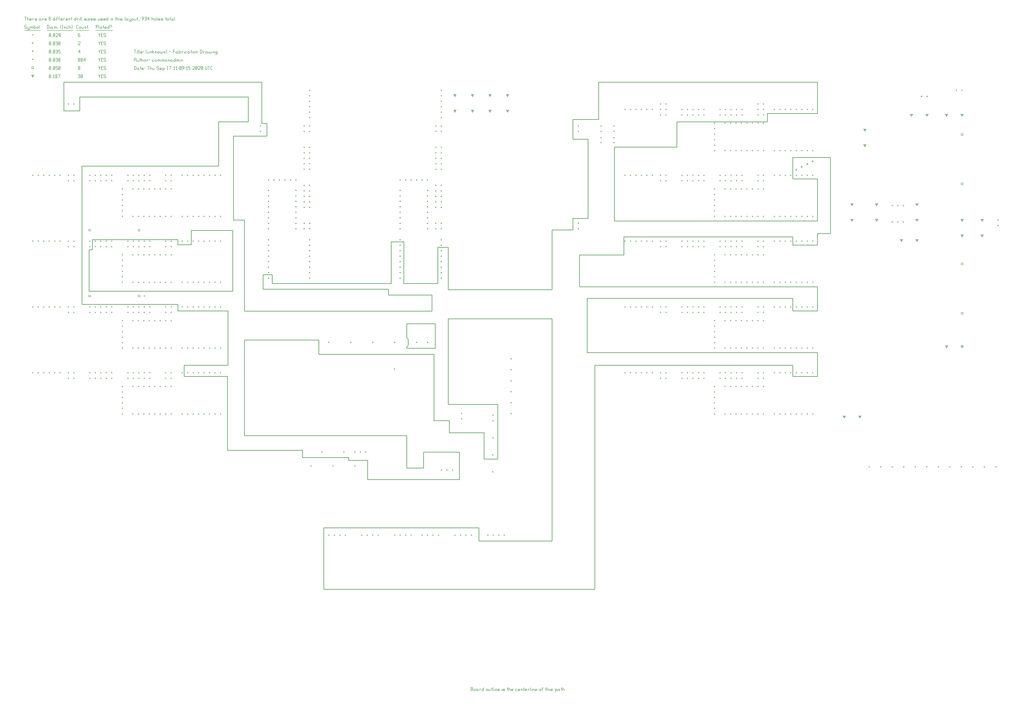
<source format=gbr>
G04 start of page 14 for group -3984 idx -3984 *
G04 Title: (unknown), fab *
G04 Creator: pcb 4.2.0 *
G04 CreationDate: Thu Sep 17 11:09:15 2020 UTC *
G04 For: commonadmin *
G04 Format: Gerber/RS-274X *
G04 PCB-Dimensions (mil): 18000.00 11000.00 *
G04 PCB-Coordinate-Origin: lower left *
%MOIN*%
%FSLAX25Y25*%
%LNFAB*%
%ADD157C,0.0100*%
%ADD156C,0.0075*%
%ADD155C,0.0060*%
%ADD154C,0.0080*%
G54D154*X881000Y1075846D02*Y1072646D01*
Y1075846D02*X883773Y1077446D01*
X881000Y1075846D02*X878227Y1077446D01*
X879400Y1075846D02*G75*G03X882600Y1075846I1600J0D01*G01*
G75*G03X879400Y1075846I-1600J0D01*G01*
X881000Y1047500D02*Y1044300D01*
Y1047500D02*X883773Y1049100D01*
X881000Y1047500D02*X878227Y1049100D01*
X879400Y1047500D02*G75*G03X882600Y1047500I1600J0D01*G01*
G75*G03X879400Y1047500I-1600J0D01*G01*
X849000Y1075846D02*Y1072646D01*
Y1075846D02*X851773Y1077446D01*
X849000Y1075846D02*X846227Y1077446D01*
X847400Y1075846D02*G75*G03X850600Y1075846I1600J0D01*G01*
G75*G03X847400Y1075846I-1600J0D01*G01*
X849000Y1047500D02*Y1044300D01*
Y1047500D02*X851773Y1049100D01*
X849000Y1047500D02*X846227Y1049100D01*
X847400Y1047500D02*G75*G03X850600Y1047500I1600J0D01*G01*
G75*G03X847400Y1047500I-1600J0D01*G01*
X817000Y1075846D02*Y1072646D01*
Y1075846D02*X819773Y1077446D01*
X817000Y1075846D02*X814227Y1077446D01*
X815400Y1075846D02*G75*G03X818600Y1075846I1600J0D01*G01*
G75*G03X815400Y1075846I-1600J0D01*G01*
X817000Y1047500D02*Y1044300D01*
Y1047500D02*X819773Y1049100D01*
X817000Y1047500D02*X814227Y1049100D01*
X815400Y1047500D02*G75*G03X818600Y1047500I1600J0D01*G01*
G75*G03X815400Y1047500I-1600J0D01*G01*
X785000Y1075846D02*Y1072646D01*
Y1075846D02*X787773Y1077446D01*
X785000Y1075846D02*X782227Y1077446D01*
X783400Y1075846D02*G75*G03X786600Y1075846I1600J0D01*G01*
G75*G03X783400Y1075846I-1600J0D01*G01*
X785000Y1047500D02*Y1044300D01*
Y1047500D02*X787773Y1049100D01*
X785000Y1047500D02*X782227Y1049100D01*
X783400Y1047500D02*G75*G03X786600Y1047500I1600J0D01*G01*
G75*G03X783400Y1047500I-1600J0D01*G01*
X1495000Y490000D02*Y486800D01*
Y490000D02*X1497773Y491600D01*
X1495000Y490000D02*X1492227Y491600D01*
X1493400Y490000D02*G75*G03X1496600Y490000I1600J0D01*G01*
G75*G03X1493400Y490000I-1600J0D01*G01*
X1523346D02*Y486800D01*
Y490000D02*X1526120Y491600D01*
X1523346Y490000D02*X1520573Y491600D01*
X1521746Y490000D02*G75*G03X1524946Y490000I1600J0D01*G01*
G75*G03X1521746Y490000I-1600J0D01*G01*
X1532500Y1012846D02*Y1009646D01*
Y1012846D02*X1535273Y1014446D01*
X1532500Y1012846D02*X1529727Y1014446D01*
X1530900Y1012846D02*G75*G03X1534100Y1012846I1600J0D01*G01*
G75*G03X1530900Y1012846I-1600J0D01*G01*
X1532500Y984500D02*Y981300D01*
Y984500D02*X1535273Y986100D01*
X1532500Y984500D02*X1529727Y986100D01*
X1530900Y984500D02*G75*G03X1534100Y984500I1600J0D01*G01*
G75*G03X1530900Y984500I-1600J0D01*G01*
X1709846Y1040000D02*Y1036800D01*
Y1040000D02*X1712620Y1041600D01*
X1709846Y1040000D02*X1707073Y1041600D01*
X1708246Y1040000D02*G75*G03X1711446Y1040000I1600J0D01*G01*
G75*G03X1708246Y1040000I-1600J0D01*G01*
X1681500D02*Y1036800D01*
Y1040000D02*X1684273Y1041600D01*
X1681500Y1040000D02*X1678727Y1041600D01*
X1679900Y1040000D02*G75*G03X1683100Y1040000I1600J0D01*G01*
G75*G03X1679900Y1040000I-1600J0D01*G01*
X1746500Y848500D02*Y845300D01*
Y848500D02*X1749273Y850100D01*
X1746500Y848500D02*X1743727Y850100D01*
X1744900Y848500D02*G75*G03X1748100Y848500I1600J0D01*G01*
G75*G03X1744900Y848500I-1600J0D01*G01*
X1746500Y820154D02*Y816954D01*
Y820154D02*X1749273Y821754D01*
X1746500Y820154D02*X1743727Y821754D01*
X1744900Y820154D02*G75*G03X1748100Y820154I1600J0D01*G01*
G75*G03X1744900Y820154I-1600J0D01*G01*
X1710000Y848500D02*Y845300D01*
Y848500D02*X1712773Y850100D01*
X1710000Y848500D02*X1707227Y850100D01*
X1708400Y848500D02*G75*G03X1711600Y848500I1600J0D01*G01*
G75*G03X1708400Y848500I-1600J0D01*G01*
X1710000Y820154D02*Y816954D01*
Y820154D02*X1712773Y821754D01*
X1710000Y820154D02*X1707227Y821754D01*
X1708400Y820154D02*G75*G03X1711600Y820154I1600J0D01*G01*
G75*G03X1708400Y820154I-1600J0D01*G01*
X1710000Y618000D02*Y614800D01*
Y618000D02*X1712773Y619600D01*
X1710000Y618000D02*X1707227Y619600D01*
X1708400Y618000D02*G75*G03X1711600Y618000I1600J0D01*G01*
G75*G03X1708400Y618000I-1600J0D01*G01*
X1681654D02*Y614800D01*
Y618000D02*X1684427Y619600D01*
X1681654Y618000D02*X1678880Y619600D01*
X1680054Y618000D02*G75*G03X1683254Y618000I1600J0D01*G01*
G75*G03X1680054Y618000I-1600J0D01*G01*
X1646000Y1040000D02*Y1036800D01*
Y1040000D02*X1648773Y1041600D01*
X1646000Y1040000D02*X1643227Y1041600D01*
X1644400Y1040000D02*G75*G03X1647600Y1040000I1600J0D01*G01*
G75*G03X1644400Y1040000I-1600J0D01*G01*
X1617654D02*Y1036800D01*
Y1040000D02*X1620427Y1041600D01*
X1617654Y1040000D02*X1614880Y1041600D01*
X1616054Y1040000D02*G75*G03X1619254Y1040000I1600J0D01*G01*
G75*G03X1616054Y1040000I-1600J0D01*G01*
X1554000Y877000D02*Y873800D01*
Y877000D02*X1556773Y878600D01*
X1554000Y877000D02*X1551227Y878600D01*
X1552400Y877000D02*G75*G03X1555600Y877000I1600J0D01*G01*
G75*G03X1552400Y877000I-1600J0D01*G01*
X1554000Y848654D02*Y845454D01*
Y848654D02*X1556773Y850254D01*
X1554000Y848654D02*X1551227Y850254D01*
X1552400Y848654D02*G75*G03X1555600Y848654I1600J0D01*G01*
G75*G03X1552400Y848654I-1600J0D01*G01*
X1627500Y877000D02*Y873800D01*
Y877000D02*X1630273Y878600D01*
X1627500Y877000D02*X1624727Y878600D01*
X1625900Y877000D02*G75*G03X1629100Y877000I1600J0D01*G01*
G75*G03X1625900Y877000I-1600J0D01*G01*
X1627500Y848654D02*Y845454D01*
Y848654D02*X1630273Y850254D01*
X1627500Y848654D02*X1624727Y850254D01*
X1625900Y848654D02*G75*G03X1629100Y848654I1600J0D01*G01*
G75*G03X1625900Y848654I-1600J0D01*G01*
X1599154Y811654D02*Y808454D01*
Y811654D02*X1601927Y813254D01*
X1599154Y811654D02*X1596380Y813254D01*
X1597554Y811654D02*G75*G03X1600754Y811654I1600J0D01*G01*
G75*G03X1597554Y811654I-1600J0D01*G01*
X1627500D02*Y808454D01*
Y811654D02*X1630273Y813254D01*
X1627500Y811654D02*X1624727Y813254D01*
X1625900Y811654D02*G75*G03X1629100Y811654I1600J0D01*G01*
G75*G03X1625900Y811654I-1600J0D01*G01*
X1509000Y877000D02*Y873800D01*
Y877000D02*X1511773Y878600D01*
X1509000Y877000D02*X1506227Y878600D01*
X1507400Y877000D02*G75*G03X1510600Y877000I1600J0D01*G01*
G75*G03X1507400Y877000I-1600J0D01*G01*
X1509000Y848654D02*Y845454D01*
Y848654D02*X1511773Y850254D01*
X1509000Y848654D02*X1506227Y850254D01*
X1507400Y848654D02*G75*G03X1510600Y848654I1600J0D01*G01*
G75*G03X1507400Y848654I-1600J0D01*G01*
X15000Y1111250D02*Y1108050D01*
Y1111250D02*X17773Y1112850D01*
X15000Y1111250D02*X12227Y1112850D01*
X13400Y1111250D02*G75*G03X16600Y1111250I1600J0D01*G01*
G75*G03X13400Y1111250I-1600J0D01*G01*
G54D155*X135000Y1113500D02*X136500Y1110500D01*
X138000Y1113500D01*
X136500Y1110500D02*Y1107500D01*
X139800Y1110800D02*X142050D01*
X139800Y1107500D02*X142800D01*
X139800Y1113500D02*Y1107500D01*
Y1113500D02*X142800D01*
X147600D02*X148350Y1112750D01*
X145350Y1113500D02*X147600D01*
X144600Y1112750D02*X145350Y1113500D01*
X144600Y1112750D02*Y1111250D01*
X145350Y1110500D01*
X147600D01*
X148350Y1109750D01*
Y1108250D01*
X147600Y1107500D02*X148350Y1108250D01*
X145350Y1107500D02*X147600D01*
X144600Y1108250D02*X145350Y1107500D01*
X98000Y1112750D02*X98750Y1113500D01*
X100250D01*
X101000Y1112750D01*
X100250Y1107500D02*X101000Y1108250D01*
X98750Y1107500D02*X100250D01*
X98000Y1108250D02*X98750Y1107500D01*
Y1110800D02*X100250D01*
X101000Y1112750D02*Y1111550D01*
Y1110050D02*Y1108250D01*
Y1110050D02*X100250Y1110800D01*
X101000Y1111550D02*X100250Y1110800D01*
X102800Y1108250D02*X103550Y1107500D01*
X102800Y1112750D02*Y1108250D01*
Y1112750D02*X103550Y1113500D01*
X105050D01*
X105800Y1112750D01*
Y1108250D01*
X105050Y1107500D02*X105800Y1108250D01*
X103550Y1107500D02*X105050D01*
X102800Y1109000D02*X105800Y1112000D01*
X45000Y1108250D02*X45750Y1107500D01*
X45000Y1112750D02*Y1108250D01*
Y1112750D02*X45750Y1113500D01*
X47250D01*
X48000Y1112750D01*
Y1108250D01*
X47250Y1107500D02*X48000Y1108250D01*
X45750Y1107500D02*X47250D01*
X45000Y1109000D02*X48000Y1112000D01*
X49800Y1107500D02*X50550D01*
X52350Y1112300D02*X53550Y1113500D01*
Y1107500D01*
X52350D02*X54600D01*
X56400Y1108250D02*X57150Y1107500D01*
X56400Y1109450D02*Y1108250D01*
Y1109450D02*X57450Y1110500D01*
X58350D01*
X59400Y1109450D01*
Y1108250D01*
X58650Y1107500D02*X59400Y1108250D01*
X57150Y1107500D02*X58650D01*
X56400Y1111550D02*X57450Y1110500D01*
X56400Y1112750D02*Y1111550D01*
Y1112750D02*X57150Y1113500D01*
X58650D01*
X59400Y1112750D01*
Y1111550D01*
X58350Y1110500D02*X59400Y1111550D01*
X61950Y1107500D02*X64950Y1113500D01*
X61200D02*X64950D01*
X207400Y831600D02*X210600D01*
X207400D02*Y828400D01*
X210600D01*
Y831600D02*Y828400D01*
X117400Y831600D02*X120600D01*
X117400D02*Y828400D01*
X120600D01*
Y831600D02*Y828400D01*
X207400Y711600D02*X210600D01*
X207400D02*Y708400D01*
X210600D01*
Y711600D02*Y708400D01*
X117400Y711600D02*X120600D01*
X117400D02*Y708400D01*
X120600D01*
Y711600D02*Y708400D01*
X1708400Y1006100D02*X1711600D01*
X1708400D02*Y1002900D01*
X1711600D01*
Y1006100D02*Y1002900D01*
X1708400Y916100D02*X1711600D01*
X1708400D02*Y912900D01*
X1711600D01*
Y916100D02*Y912900D01*
X1708400Y770100D02*X1711600D01*
X1708400D02*Y766900D01*
X1711600D01*
Y770100D02*Y766900D01*
X1708400Y680100D02*X1711600D01*
X1708400D02*Y676900D01*
X1711600D01*
Y680100D02*Y676900D01*
X13400Y1127850D02*X16600D01*
X13400D02*Y1124650D01*
X16600D01*
Y1127850D02*Y1124650D01*
X135000Y1128500D02*X136500Y1125500D01*
X138000Y1128500D01*
X136500Y1125500D02*Y1122500D01*
X139800Y1125800D02*X142050D01*
X139800Y1122500D02*X142800D01*
X139800Y1128500D02*Y1122500D01*
Y1128500D02*X142800D01*
X147600D02*X148350Y1127750D01*
X145350Y1128500D02*X147600D01*
X144600Y1127750D02*X145350Y1128500D01*
X144600Y1127750D02*Y1126250D01*
X145350Y1125500D01*
X147600D01*
X148350Y1124750D01*
Y1123250D01*
X147600Y1122500D02*X148350Y1123250D01*
X145350Y1122500D02*X147600D01*
X144600Y1123250D02*X145350Y1122500D01*
X98000Y1123250D02*X98750Y1122500D01*
X98000Y1124450D02*Y1123250D01*
Y1124450D02*X99050Y1125500D01*
X99950D01*
X101000Y1124450D01*
Y1123250D01*
X100250Y1122500D02*X101000Y1123250D01*
X98750Y1122500D02*X100250D01*
X98000Y1126550D02*X99050Y1125500D01*
X98000Y1127750D02*Y1126550D01*
Y1127750D02*X98750Y1128500D01*
X100250D01*
X101000Y1127750D01*
Y1126550D01*
X99950Y1125500D02*X101000Y1126550D01*
X45000Y1123250D02*X45750Y1122500D01*
X45000Y1127750D02*Y1123250D01*
Y1127750D02*X45750Y1128500D01*
X47250D01*
X48000Y1127750D01*
Y1123250D01*
X47250Y1122500D02*X48000Y1123250D01*
X45750Y1122500D02*X47250D01*
X45000Y1124000D02*X48000Y1127000D01*
X49800Y1122500D02*X50550D01*
X52350Y1123250D02*X53100Y1122500D01*
X52350Y1127750D02*Y1123250D01*
Y1127750D02*X53100Y1128500D01*
X54600D01*
X55350Y1127750D01*
Y1123250D01*
X54600Y1122500D02*X55350Y1123250D01*
X53100Y1122500D02*X54600D01*
X52350Y1124000D02*X55350Y1127000D01*
X57150Y1128500D02*X60150D01*
X57150D02*Y1125500D01*
X57900Y1126250D01*
X59400D01*
X60150Y1125500D01*
Y1123250D01*
X59400Y1122500D02*X60150Y1123250D01*
X57900Y1122500D02*X59400D01*
X57150Y1123250D02*X57900Y1122500D01*
X61950Y1123250D02*X62700Y1122500D01*
X61950Y1127750D02*Y1123250D01*
Y1127750D02*X62700Y1128500D01*
X64200D01*
X64950Y1127750D01*
Y1123250D01*
X64200Y1122500D02*X64950Y1123250D01*
X62700Y1122500D02*X64200D01*
X61950Y1124000D02*X64950Y1127000D01*
X286700Y615000D02*G75*G03X288300Y615000I800J0D01*G01*
G75*G03X286700Y615000I-800J0D01*G01*
X296700D02*G75*G03X298300Y615000I800J0D01*G01*
G75*G03X296700Y615000I-800J0D01*G01*
X306700D02*G75*G03X308300Y615000I800J0D01*G01*
G75*G03X306700Y615000I-800J0D01*G01*
X316700D02*G75*G03X318300Y615000I800J0D01*G01*
G75*G03X316700Y615000I-800J0D01*G01*
X326700D02*G75*G03X328300Y615000I800J0D01*G01*
G75*G03X326700Y615000I-800J0D01*G01*
X336700D02*G75*G03X338300Y615000I800J0D01*G01*
G75*G03X336700Y615000I-800J0D01*G01*
X346700D02*G75*G03X348300Y615000I800J0D01*G01*
G75*G03X346700Y615000I-800J0D01*G01*
X356700D02*G75*G03X358300Y615000I800J0D01*G01*
G75*G03X356700Y615000I-800J0D01*G01*
X286700Y690000D02*G75*G03X288300Y690000I800J0D01*G01*
G75*G03X286700Y690000I-800J0D01*G01*
X296700D02*G75*G03X298300Y690000I800J0D01*G01*
G75*G03X296700Y690000I-800J0D01*G01*
X306700D02*G75*G03X308300Y690000I800J0D01*G01*
G75*G03X306700Y690000I-800J0D01*G01*
X316700D02*G75*G03X318300Y690000I800J0D01*G01*
G75*G03X316700Y690000I-800J0D01*G01*
X326700D02*G75*G03X328300Y690000I800J0D01*G01*
G75*G03X326700Y690000I-800J0D01*G01*
X336700D02*G75*G03X338300Y690000I800J0D01*G01*
G75*G03X336700Y690000I-800J0D01*G01*
X346700D02*G75*G03X348300Y690000I800J0D01*G01*
G75*G03X346700Y690000I-800J0D01*G01*
X356700D02*G75*G03X358300Y690000I800J0D01*G01*
G75*G03X356700Y690000I-800J0D01*G01*
X196700Y615000D02*G75*G03X198300Y615000I800J0D01*G01*
G75*G03X196700Y615000I-800J0D01*G01*
X206700D02*G75*G03X208300Y615000I800J0D01*G01*
G75*G03X206700Y615000I-800J0D01*G01*
X216700D02*G75*G03X218300Y615000I800J0D01*G01*
G75*G03X216700Y615000I-800J0D01*G01*
X226700D02*G75*G03X228300Y615000I800J0D01*G01*
G75*G03X226700Y615000I-800J0D01*G01*
X236700D02*G75*G03X238300Y615000I800J0D01*G01*
G75*G03X236700Y615000I-800J0D01*G01*
X246700D02*G75*G03X248300Y615000I800J0D01*G01*
G75*G03X246700Y615000I-800J0D01*G01*
X256700D02*G75*G03X258300Y615000I800J0D01*G01*
G75*G03X256700Y615000I-800J0D01*G01*
X266700D02*G75*G03X268300Y615000I800J0D01*G01*
G75*G03X266700Y615000I-800J0D01*G01*
X177700D02*G75*G03X179300Y615000I800J0D01*G01*
G75*G03X177700Y615000I-800J0D01*G01*
Y625000D02*G75*G03X179300Y625000I800J0D01*G01*
G75*G03X177700Y625000I-800J0D01*G01*
Y635000D02*G75*G03X179300Y635000I800J0D01*G01*
G75*G03X177700Y635000I-800J0D01*G01*
Y645000D02*G75*G03X179300Y645000I800J0D01*G01*
G75*G03X177700Y645000I-800J0D01*G01*
Y655000D02*G75*G03X179300Y655000I800J0D01*G01*
G75*G03X177700Y655000I-800J0D01*G01*
Y665000D02*G75*G03X179300Y665000I800J0D01*G01*
G75*G03X177700Y665000I-800J0D01*G01*
X196700D02*G75*G03X198300Y665000I800J0D01*G01*
G75*G03X196700Y665000I-800J0D01*G01*
X206700D02*G75*G03X208300Y665000I800J0D01*G01*
G75*G03X206700Y665000I-800J0D01*G01*
X216700D02*G75*G03X218300Y665000I800J0D01*G01*
G75*G03X216700Y665000I-800J0D01*G01*
X226700D02*G75*G03X228300Y665000I800J0D01*G01*
G75*G03X226700Y665000I-800J0D01*G01*
X236700D02*G75*G03X238300Y665000I800J0D01*G01*
G75*G03X236700Y665000I-800J0D01*G01*
X246700D02*G75*G03X248300Y665000I800J0D01*G01*
G75*G03X246700Y665000I-800J0D01*G01*
X256700D02*G75*G03X258300Y665000I800J0D01*G01*
G75*G03X256700Y665000I-800J0D01*G01*
X266700D02*G75*G03X268300Y665000I800J0D01*G01*
G75*G03X266700Y665000I-800J0D01*G01*
Y690000D02*G75*G03X268300Y690000I800J0D01*G01*
G75*G03X266700Y690000I-800J0D01*G01*
Y680000D02*G75*G03X268300Y680000I800J0D01*G01*
G75*G03X266700Y680000I-800J0D01*G01*
X256700D02*G75*G03X258300Y680000I800J0D01*G01*
G75*G03X256700Y680000I-800J0D01*G01*
Y690000D02*G75*G03X258300Y690000I800J0D01*G01*
G75*G03X256700Y690000I-800J0D01*G01*
X227700D02*G75*G03X229300Y690000I800J0D01*G01*
G75*G03X227700Y690000I-800J0D01*G01*
Y680000D02*G75*G03X229300Y680000I800J0D01*G01*
G75*G03X227700Y680000I-800J0D01*G01*
X217700Y690000D02*G75*G03X219300Y690000I800J0D01*G01*
G75*G03X217700Y690000I-800J0D01*G01*
Y680000D02*G75*G03X219300Y680000I800J0D01*G01*
G75*G03X217700Y680000I-800J0D01*G01*
X207700Y690000D02*G75*G03X209300Y690000I800J0D01*G01*
G75*G03X207700Y690000I-800J0D01*G01*
Y680000D02*G75*G03X209300Y680000I800J0D01*G01*
G75*G03X207700Y680000I-800J0D01*G01*
X197700Y690000D02*G75*G03X199300Y690000I800J0D01*G01*
G75*G03X197700Y690000I-800J0D01*G01*
Y680000D02*G75*G03X199300Y680000I800J0D01*G01*
G75*G03X197700Y680000I-800J0D01*G01*
X187700Y690000D02*G75*G03X189300Y690000I800J0D01*G01*
G75*G03X187700Y690000I-800J0D01*G01*
Y680000D02*G75*G03X189300Y680000I800J0D01*G01*
G75*G03X187700Y680000I-800J0D01*G01*
X158200Y690000D02*G75*G03X159800Y690000I800J0D01*G01*
G75*G03X158200Y690000I-800J0D01*G01*
Y680000D02*G75*G03X159800Y680000I800J0D01*G01*
G75*G03X158200Y680000I-800J0D01*G01*
X148200Y690000D02*G75*G03X149800Y690000I800J0D01*G01*
G75*G03X148200Y690000I-800J0D01*G01*
Y680000D02*G75*G03X149800Y680000I800J0D01*G01*
G75*G03X148200Y680000I-800J0D01*G01*
X138200Y690000D02*G75*G03X139800Y690000I800J0D01*G01*
G75*G03X138200Y690000I-800J0D01*G01*
Y680000D02*G75*G03X139800Y680000I800J0D01*G01*
G75*G03X138200Y680000I-800J0D01*G01*
X128200Y690000D02*G75*G03X129800Y690000I800J0D01*G01*
G75*G03X128200Y690000I-800J0D01*G01*
Y680000D02*G75*G03X129800Y680000I800J0D01*G01*
G75*G03X128200Y680000I-800J0D01*G01*
X118200Y690000D02*G75*G03X119800Y690000I800J0D01*G01*
G75*G03X118200Y690000I-800J0D01*G01*
Y680000D02*G75*G03X119800Y680000I800J0D01*G01*
G75*G03X118200Y680000I-800J0D01*G01*
X89200Y690000D02*G75*G03X90800Y690000I800J0D01*G01*
G75*G03X89200Y690000I-800J0D01*G01*
Y680000D02*G75*G03X90800Y680000I800J0D01*G01*
G75*G03X89200Y680000I-800J0D01*G01*
X79200D02*G75*G03X80800Y680000I800J0D01*G01*
G75*G03X79200Y680000I-800J0D01*G01*
Y690000D02*G75*G03X80800Y690000I800J0D01*G01*
G75*G03X79200Y690000I-800J0D01*G01*
X64200D02*G75*G03X65800Y690000I800J0D01*G01*
G75*G03X64200Y690000I-800J0D01*G01*
X54200D02*G75*G03X55800Y690000I800J0D01*G01*
G75*G03X54200Y690000I-800J0D01*G01*
X44200D02*G75*G03X45800Y690000I800J0D01*G01*
G75*G03X44200Y690000I-800J0D01*G01*
X34200D02*G75*G03X35800Y690000I800J0D01*G01*
G75*G03X34200Y690000I-800J0D01*G01*
X24200D02*G75*G03X25800Y690000I800J0D01*G01*
G75*G03X24200Y690000I-800J0D01*G01*
X14200D02*G75*G03X15800Y690000I800J0D01*G01*
G75*G03X14200Y690000I-800J0D01*G01*
X286700Y495000D02*G75*G03X288300Y495000I800J0D01*G01*
G75*G03X286700Y495000I-800J0D01*G01*
X296700D02*G75*G03X298300Y495000I800J0D01*G01*
G75*G03X296700Y495000I-800J0D01*G01*
X306700D02*G75*G03X308300Y495000I800J0D01*G01*
G75*G03X306700Y495000I-800J0D01*G01*
X316700D02*G75*G03X318300Y495000I800J0D01*G01*
G75*G03X316700Y495000I-800J0D01*G01*
X326700D02*G75*G03X328300Y495000I800J0D01*G01*
G75*G03X326700Y495000I-800J0D01*G01*
X336700D02*G75*G03X338300Y495000I800J0D01*G01*
G75*G03X336700Y495000I-800J0D01*G01*
X346700D02*G75*G03X348300Y495000I800J0D01*G01*
G75*G03X346700Y495000I-800J0D01*G01*
X356700D02*G75*G03X358300Y495000I800J0D01*G01*
G75*G03X356700Y495000I-800J0D01*G01*
X286700Y570000D02*G75*G03X288300Y570000I800J0D01*G01*
G75*G03X286700Y570000I-800J0D01*G01*
X296700D02*G75*G03X298300Y570000I800J0D01*G01*
G75*G03X296700Y570000I-800J0D01*G01*
X306700D02*G75*G03X308300Y570000I800J0D01*G01*
G75*G03X306700Y570000I-800J0D01*G01*
X316700D02*G75*G03X318300Y570000I800J0D01*G01*
G75*G03X316700Y570000I-800J0D01*G01*
X326700D02*G75*G03X328300Y570000I800J0D01*G01*
G75*G03X326700Y570000I-800J0D01*G01*
X336700D02*G75*G03X338300Y570000I800J0D01*G01*
G75*G03X336700Y570000I-800J0D01*G01*
X346700D02*G75*G03X348300Y570000I800J0D01*G01*
G75*G03X346700Y570000I-800J0D01*G01*
X356700D02*G75*G03X358300Y570000I800J0D01*G01*
G75*G03X356700Y570000I-800J0D01*G01*
X196700Y495000D02*G75*G03X198300Y495000I800J0D01*G01*
G75*G03X196700Y495000I-800J0D01*G01*
X206700D02*G75*G03X208300Y495000I800J0D01*G01*
G75*G03X206700Y495000I-800J0D01*G01*
X216700D02*G75*G03X218300Y495000I800J0D01*G01*
G75*G03X216700Y495000I-800J0D01*G01*
X226700D02*G75*G03X228300Y495000I800J0D01*G01*
G75*G03X226700Y495000I-800J0D01*G01*
X236700D02*G75*G03X238300Y495000I800J0D01*G01*
G75*G03X236700Y495000I-800J0D01*G01*
X246700D02*G75*G03X248300Y495000I800J0D01*G01*
G75*G03X246700Y495000I-800J0D01*G01*
X256700D02*G75*G03X258300Y495000I800J0D01*G01*
G75*G03X256700Y495000I-800J0D01*G01*
X266700D02*G75*G03X268300Y495000I800J0D01*G01*
G75*G03X266700Y495000I-800J0D01*G01*
X177700D02*G75*G03X179300Y495000I800J0D01*G01*
G75*G03X177700Y495000I-800J0D01*G01*
Y505000D02*G75*G03X179300Y505000I800J0D01*G01*
G75*G03X177700Y505000I-800J0D01*G01*
Y515000D02*G75*G03X179300Y515000I800J0D01*G01*
G75*G03X177700Y515000I-800J0D01*G01*
Y525000D02*G75*G03X179300Y525000I800J0D01*G01*
G75*G03X177700Y525000I-800J0D01*G01*
Y535000D02*G75*G03X179300Y535000I800J0D01*G01*
G75*G03X177700Y535000I-800J0D01*G01*
Y545000D02*G75*G03X179300Y545000I800J0D01*G01*
G75*G03X177700Y545000I-800J0D01*G01*
X196700D02*G75*G03X198300Y545000I800J0D01*G01*
G75*G03X196700Y545000I-800J0D01*G01*
X206700D02*G75*G03X208300Y545000I800J0D01*G01*
G75*G03X206700Y545000I-800J0D01*G01*
X216700D02*G75*G03X218300Y545000I800J0D01*G01*
G75*G03X216700Y545000I-800J0D01*G01*
X226700D02*G75*G03X228300Y545000I800J0D01*G01*
G75*G03X226700Y545000I-800J0D01*G01*
X236700D02*G75*G03X238300Y545000I800J0D01*G01*
G75*G03X236700Y545000I-800J0D01*G01*
X246700D02*G75*G03X248300Y545000I800J0D01*G01*
G75*G03X246700Y545000I-800J0D01*G01*
X256700D02*G75*G03X258300Y545000I800J0D01*G01*
G75*G03X256700Y545000I-800J0D01*G01*
X266700D02*G75*G03X268300Y545000I800J0D01*G01*
G75*G03X266700Y545000I-800J0D01*G01*
Y570000D02*G75*G03X268300Y570000I800J0D01*G01*
G75*G03X266700Y570000I-800J0D01*G01*
Y560000D02*G75*G03X268300Y560000I800J0D01*G01*
G75*G03X266700Y560000I-800J0D01*G01*
X256700D02*G75*G03X258300Y560000I800J0D01*G01*
G75*G03X256700Y560000I-800J0D01*G01*
Y570000D02*G75*G03X258300Y570000I800J0D01*G01*
G75*G03X256700Y570000I-800J0D01*G01*
X227700D02*G75*G03X229300Y570000I800J0D01*G01*
G75*G03X227700Y570000I-800J0D01*G01*
Y560000D02*G75*G03X229300Y560000I800J0D01*G01*
G75*G03X227700Y560000I-800J0D01*G01*
X217700Y570000D02*G75*G03X219300Y570000I800J0D01*G01*
G75*G03X217700Y570000I-800J0D01*G01*
Y560000D02*G75*G03X219300Y560000I800J0D01*G01*
G75*G03X217700Y560000I-800J0D01*G01*
X207700Y570000D02*G75*G03X209300Y570000I800J0D01*G01*
G75*G03X207700Y570000I-800J0D01*G01*
Y560000D02*G75*G03X209300Y560000I800J0D01*G01*
G75*G03X207700Y560000I-800J0D01*G01*
X197700Y570000D02*G75*G03X199300Y570000I800J0D01*G01*
G75*G03X197700Y570000I-800J0D01*G01*
Y560000D02*G75*G03X199300Y560000I800J0D01*G01*
G75*G03X197700Y560000I-800J0D01*G01*
X187700Y570000D02*G75*G03X189300Y570000I800J0D01*G01*
G75*G03X187700Y570000I-800J0D01*G01*
Y560000D02*G75*G03X189300Y560000I800J0D01*G01*
G75*G03X187700Y560000I-800J0D01*G01*
X158200Y570000D02*G75*G03X159800Y570000I800J0D01*G01*
G75*G03X158200Y570000I-800J0D01*G01*
Y560000D02*G75*G03X159800Y560000I800J0D01*G01*
G75*G03X158200Y560000I-800J0D01*G01*
X148200Y570000D02*G75*G03X149800Y570000I800J0D01*G01*
G75*G03X148200Y570000I-800J0D01*G01*
Y560000D02*G75*G03X149800Y560000I800J0D01*G01*
G75*G03X148200Y560000I-800J0D01*G01*
X138200Y570000D02*G75*G03X139800Y570000I800J0D01*G01*
G75*G03X138200Y570000I-800J0D01*G01*
Y560000D02*G75*G03X139800Y560000I800J0D01*G01*
G75*G03X138200Y560000I-800J0D01*G01*
X128200Y570000D02*G75*G03X129800Y570000I800J0D01*G01*
G75*G03X128200Y570000I-800J0D01*G01*
Y560000D02*G75*G03X129800Y560000I800J0D01*G01*
G75*G03X128200Y560000I-800J0D01*G01*
X118200Y570000D02*G75*G03X119800Y570000I800J0D01*G01*
G75*G03X118200Y570000I-800J0D01*G01*
Y560000D02*G75*G03X119800Y560000I800J0D01*G01*
G75*G03X118200Y560000I-800J0D01*G01*
X89200Y570000D02*G75*G03X90800Y570000I800J0D01*G01*
G75*G03X89200Y570000I-800J0D01*G01*
Y560000D02*G75*G03X90800Y560000I800J0D01*G01*
G75*G03X89200Y560000I-800J0D01*G01*
X79200D02*G75*G03X80800Y560000I800J0D01*G01*
G75*G03X79200Y560000I-800J0D01*G01*
Y570000D02*G75*G03X80800Y570000I800J0D01*G01*
G75*G03X79200Y570000I-800J0D01*G01*
X64200D02*G75*G03X65800Y570000I800J0D01*G01*
G75*G03X64200Y570000I-800J0D01*G01*
X54200D02*G75*G03X55800Y570000I800J0D01*G01*
G75*G03X54200Y570000I-800J0D01*G01*
X44200D02*G75*G03X45800Y570000I800J0D01*G01*
G75*G03X44200Y570000I-800J0D01*G01*
X34200D02*G75*G03X35800Y570000I800J0D01*G01*
G75*G03X34200Y570000I-800J0D01*G01*
X24200D02*G75*G03X25800Y570000I800J0D01*G01*
G75*G03X24200Y570000I-800J0D01*G01*
X14200D02*G75*G03X15800Y570000I800J0D01*G01*
G75*G03X14200Y570000I-800J0D01*G01*
X286700Y855000D02*G75*G03X288300Y855000I800J0D01*G01*
G75*G03X286700Y855000I-800J0D01*G01*
X296700D02*G75*G03X298300Y855000I800J0D01*G01*
G75*G03X296700Y855000I-800J0D01*G01*
X306700D02*G75*G03X308300Y855000I800J0D01*G01*
G75*G03X306700Y855000I-800J0D01*G01*
X316700D02*G75*G03X318300Y855000I800J0D01*G01*
G75*G03X316700Y855000I-800J0D01*G01*
X326700D02*G75*G03X328300Y855000I800J0D01*G01*
G75*G03X326700Y855000I-800J0D01*G01*
X336700D02*G75*G03X338300Y855000I800J0D01*G01*
G75*G03X336700Y855000I-800J0D01*G01*
X346700D02*G75*G03X348300Y855000I800J0D01*G01*
G75*G03X346700Y855000I-800J0D01*G01*
X356700D02*G75*G03X358300Y855000I800J0D01*G01*
G75*G03X356700Y855000I-800J0D01*G01*
X286700Y930000D02*G75*G03X288300Y930000I800J0D01*G01*
G75*G03X286700Y930000I-800J0D01*G01*
X296700D02*G75*G03X298300Y930000I800J0D01*G01*
G75*G03X296700Y930000I-800J0D01*G01*
X306700D02*G75*G03X308300Y930000I800J0D01*G01*
G75*G03X306700Y930000I-800J0D01*G01*
X316700D02*G75*G03X318300Y930000I800J0D01*G01*
G75*G03X316700Y930000I-800J0D01*G01*
X326700D02*G75*G03X328300Y930000I800J0D01*G01*
G75*G03X326700Y930000I-800J0D01*G01*
X336700D02*G75*G03X338300Y930000I800J0D01*G01*
G75*G03X336700Y930000I-800J0D01*G01*
X346700D02*G75*G03X348300Y930000I800J0D01*G01*
G75*G03X346700Y930000I-800J0D01*G01*
X356700D02*G75*G03X358300Y930000I800J0D01*G01*
G75*G03X356700Y930000I-800J0D01*G01*
X196700Y855000D02*G75*G03X198300Y855000I800J0D01*G01*
G75*G03X196700Y855000I-800J0D01*G01*
X206700D02*G75*G03X208300Y855000I800J0D01*G01*
G75*G03X206700Y855000I-800J0D01*G01*
X216700D02*G75*G03X218300Y855000I800J0D01*G01*
G75*G03X216700Y855000I-800J0D01*G01*
X226700D02*G75*G03X228300Y855000I800J0D01*G01*
G75*G03X226700Y855000I-800J0D01*G01*
X236700D02*G75*G03X238300Y855000I800J0D01*G01*
G75*G03X236700Y855000I-800J0D01*G01*
X246700D02*G75*G03X248300Y855000I800J0D01*G01*
G75*G03X246700Y855000I-800J0D01*G01*
X256700D02*G75*G03X258300Y855000I800J0D01*G01*
G75*G03X256700Y855000I-800J0D01*G01*
X266700D02*G75*G03X268300Y855000I800J0D01*G01*
G75*G03X266700Y855000I-800J0D01*G01*
X177700D02*G75*G03X179300Y855000I800J0D01*G01*
G75*G03X177700Y855000I-800J0D01*G01*
Y865000D02*G75*G03X179300Y865000I800J0D01*G01*
G75*G03X177700Y865000I-800J0D01*G01*
Y875000D02*G75*G03X179300Y875000I800J0D01*G01*
G75*G03X177700Y875000I-800J0D01*G01*
Y885000D02*G75*G03X179300Y885000I800J0D01*G01*
G75*G03X177700Y885000I-800J0D01*G01*
Y895000D02*G75*G03X179300Y895000I800J0D01*G01*
G75*G03X177700Y895000I-800J0D01*G01*
Y905000D02*G75*G03X179300Y905000I800J0D01*G01*
G75*G03X177700Y905000I-800J0D01*G01*
X196700D02*G75*G03X198300Y905000I800J0D01*G01*
G75*G03X196700Y905000I-800J0D01*G01*
X206700D02*G75*G03X208300Y905000I800J0D01*G01*
G75*G03X206700Y905000I-800J0D01*G01*
X216700D02*G75*G03X218300Y905000I800J0D01*G01*
G75*G03X216700Y905000I-800J0D01*G01*
X226700D02*G75*G03X228300Y905000I800J0D01*G01*
G75*G03X226700Y905000I-800J0D01*G01*
X236700D02*G75*G03X238300Y905000I800J0D01*G01*
G75*G03X236700Y905000I-800J0D01*G01*
X246700D02*G75*G03X248300Y905000I800J0D01*G01*
G75*G03X246700Y905000I-800J0D01*G01*
X256700D02*G75*G03X258300Y905000I800J0D01*G01*
G75*G03X256700Y905000I-800J0D01*G01*
X266700D02*G75*G03X268300Y905000I800J0D01*G01*
G75*G03X266700Y905000I-800J0D01*G01*
Y930000D02*G75*G03X268300Y930000I800J0D01*G01*
G75*G03X266700Y930000I-800J0D01*G01*
Y920000D02*G75*G03X268300Y920000I800J0D01*G01*
G75*G03X266700Y920000I-800J0D01*G01*
X256700D02*G75*G03X258300Y920000I800J0D01*G01*
G75*G03X256700Y920000I-800J0D01*G01*
Y930000D02*G75*G03X258300Y930000I800J0D01*G01*
G75*G03X256700Y930000I-800J0D01*G01*
X227700D02*G75*G03X229300Y930000I800J0D01*G01*
G75*G03X227700Y930000I-800J0D01*G01*
Y920000D02*G75*G03X229300Y920000I800J0D01*G01*
G75*G03X227700Y920000I-800J0D01*G01*
X217700Y930000D02*G75*G03X219300Y930000I800J0D01*G01*
G75*G03X217700Y930000I-800J0D01*G01*
Y920000D02*G75*G03X219300Y920000I800J0D01*G01*
G75*G03X217700Y920000I-800J0D01*G01*
X207700Y930000D02*G75*G03X209300Y930000I800J0D01*G01*
G75*G03X207700Y930000I-800J0D01*G01*
Y920000D02*G75*G03X209300Y920000I800J0D01*G01*
G75*G03X207700Y920000I-800J0D01*G01*
X197700Y930000D02*G75*G03X199300Y930000I800J0D01*G01*
G75*G03X197700Y930000I-800J0D01*G01*
Y920000D02*G75*G03X199300Y920000I800J0D01*G01*
G75*G03X197700Y920000I-800J0D01*G01*
X187700Y930000D02*G75*G03X189300Y930000I800J0D01*G01*
G75*G03X187700Y930000I-800J0D01*G01*
Y920000D02*G75*G03X189300Y920000I800J0D01*G01*
G75*G03X187700Y920000I-800J0D01*G01*
X158200Y930000D02*G75*G03X159800Y930000I800J0D01*G01*
G75*G03X158200Y930000I-800J0D01*G01*
Y920000D02*G75*G03X159800Y920000I800J0D01*G01*
G75*G03X158200Y920000I-800J0D01*G01*
X148200Y930000D02*G75*G03X149800Y930000I800J0D01*G01*
G75*G03X148200Y930000I-800J0D01*G01*
Y920000D02*G75*G03X149800Y920000I800J0D01*G01*
G75*G03X148200Y920000I-800J0D01*G01*
X138200Y930000D02*G75*G03X139800Y930000I800J0D01*G01*
G75*G03X138200Y930000I-800J0D01*G01*
Y920000D02*G75*G03X139800Y920000I800J0D01*G01*
G75*G03X138200Y920000I-800J0D01*G01*
X128200Y930000D02*G75*G03X129800Y930000I800J0D01*G01*
G75*G03X128200Y930000I-800J0D01*G01*
Y920000D02*G75*G03X129800Y920000I800J0D01*G01*
G75*G03X128200Y920000I-800J0D01*G01*
X118200Y930000D02*G75*G03X119800Y930000I800J0D01*G01*
G75*G03X118200Y930000I-800J0D01*G01*
Y920000D02*G75*G03X119800Y920000I800J0D01*G01*
G75*G03X118200Y920000I-800J0D01*G01*
X89200Y930000D02*G75*G03X90800Y930000I800J0D01*G01*
G75*G03X89200Y930000I-800J0D01*G01*
Y920000D02*G75*G03X90800Y920000I800J0D01*G01*
G75*G03X89200Y920000I-800J0D01*G01*
X79200D02*G75*G03X80800Y920000I800J0D01*G01*
G75*G03X79200Y920000I-800J0D01*G01*
Y930000D02*G75*G03X80800Y930000I800J0D01*G01*
G75*G03X79200Y930000I-800J0D01*G01*
X64200D02*G75*G03X65800Y930000I800J0D01*G01*
G75*G03X64200Y930000I-800J0D01*G01*
X54200D02*G75*G03X55800Y930000I800J0D01*G01*
G75*G03X54200Y930000I-800J0D01*G01*
X44200D02*G75*G03X45800Y930000I800J0D01*G01*
G75*G03X44200Y930000I-800J0D01*G01*
X34200D02*G75*G03X35800Y930000I800J0D01*G01*
G75*G03X34200Y930000I-800J0D01*G01*
X24200D02*G75*G03X25800Y930000I800J0D01*G01*
G75*G03X24200Y930000I-800J0D01*G01*
X14200D02*G75*G03X15800Y930000I800J0D01*G01*
G75*G03X14200Y930000I-800J0D01*G01*
X286700Y735000D02*G75*G03X288300Y735000I800J0D01*G01*
G75*G03X286700Y735000I-800J0D01*G01*
X296700D02*G75*G03X298300Y735000I800J0D01*G01*
G75*G03X296700Y735000I-800J0D01*G01*
X306700D02*G75*G03X308300Y735000I800J0D01*G01*
G75*G03X306700Y735000I-800J0D01*G01*
X316700D02*G75*G03X318300Y735000I800J0D01*G01*
G75*G03X316700Y735000I-800J0D01*G01*
X326700D02*G75*G03X328300Y735000I800J0D01*G01*
G75*G03X326700Y735000I-800J0D01*G01*
X336700D02*G75*G03X338300Y735000I800J0D01*G01*
G75*G03X336700Y735000I-800J0D01*G01*
X346700D02*G75*G03X348300Y735000I800J0D01*G01*
G75*G03X346700Y735000I-800J0D01*G01*
X356700D02*G75*G03X358300Y735000I800J0D01*G01*
G75*G03X356700Y735000I-800J0D01*G01*
X286700Y810000D02*G75*G03X288300Y810000I800J0D01*G01*
G75*G03X286700Y810000I-800J0D01*G01*
X296700D02*G75*G03X298300Y810000I800J0D01*G01*
G75*G03X296700Y810000I-800J0D01*G01*
X306700D02*G75*G03X308300Y810000I800J0D01*G01*
G75*G03X306700Y810000I-800J0D01*G01*
X316700D02*G75*G03X318300Y810000I800J0D01*G01*
G75*G03X316700Y810000I-800J0D01*G01*
X326700D02*G75*G03X328300Y810000I800J0D01*G01*
G75*G03X326700Y810000I-800J0D01*G01*
X336700D02*G75*G03X338300Y810000I800J0D01*G01*
G75*G03X336700Y810000I-800J0D01*G01*
X346700D02*G75*G03X348300Y810000I800J0D01*G01*
G75*G03X346700Y810000I-800J0D01*G01*
X356700D02*G75*G03X358300Y810000I800J0D01*G01*
G75*G03X356700Y810000I-800J0D01*G01*
X196700Y735000D02*G75*G03X198300Y735000I800J0D01*G01*
G75*G03X196700Y735000I-800J0D01*G01*
X206700D02*G75*G03X208300Y735000I800J0D01*G01*
G75*G03X206700Y735000I-800J0D01*G01*
X216700D02*G75*G03X218300Y735000I800J0D01*G01*
G75*G03X216700Y735000I-800J0D01*G01*
X226700D02*G75*G03X228300Y735000I800J0D01*G01*
G75*G03X226700Y735000I-800J0D01*G01*
X236700D02*G75*G03X238300Y735000I800J0D01*G01*
G75*G03X236700Y735000I-800J0D01*G01*
X246700D02*G75*G03X248300Y735000I800J0D01*G01*
G75*G03X246700Y735000I-800J0D01*G01*
X256700D02*G75*G03X258300Y735000I800J0D01*G01*
G75*G03X256700Y735000I-800J0D01*G01*
X266700D02*G75*G03X268300Y735000I800J0D01*G01*
G75*G03X266700Y735000I-800J0D01*G01*
X177700D02*G75*G03X179300Y735000I800J0D01*G01*
G75*G03X177700Y735000I-800J0D01*G01*
Y745000D02*G75*G03X179300Y745000I800J0D01*G01*
G75*G03X177700Y745000I-800J0D01*G01*
Y755000D02*G75*G03X179300Y755000I800J0D01*G01*
G75*G03X177700Y755000I-800J0D01*G01*
Y765000D02*G75*G03X179300Y765000I800J0D01*G01*
G75*G03X177700Y765000I-800J0D01*G01*
Y775000D02*G75*G03X179300Y775000I800J0D01*G01*
G75*G03X177700Y775000I-800J0D01*G01*
Y785000D02*G75*G03X179300Y785000I800J0D01*G01*
G75*G03X177700Y785000I-800J0D01*G01*
X196700D02*G75*G03X198300Y785000I800J0D01*G01*
G75*G03X196700Y785000I-800J0D01*G01*
X206700D02*G75*G03X208300Y785000I800J0D01*G01*
G75*G03X206700Y785000I-800J0D01*G01*
X216700D02*G75*G03X218300Y785000I800J0D01*G01*
G75*G03X216700Y785000I-800J0D01*G01*
X226700D02*G75*G03X228300Y785000I800J0D01*G01*
G75*G03X226700Y785000I-800J0D01*G01*
X236700D02*G75*G03X238300Y785000I800J0D01*G01*
G75*G03X236700Y785000I-800J0D01*G01*
X246700D02*G75*G03X248300Y785000I800J0D01*G01*
G75*G03X246700Y785000I-800J0D01*G01*
X256700D02*G75*G03X258300Y785000I800J0D01*G01*
G75*G03X256700Y785000I-800J0D01*G01*
X266700D02*G75*G03X268300Y785000I800J0D01*G01*
G75*G03X266700Y785000I-800J0D01*G01*
Y810000D02*G75*G03X268300Y810000I800J0D01*G01*
G75*G03X266700Y810000I-800J0D01*G01*
Y800000D02*G75*G03X268300Y800000I800J0D01*G01*
G75*G03X266700Y800000I-800J0D01*G01*
X256700D02*G75*G03X258300Y800000I800J0D01*G01*
G75*G03X256700Y800000I-800J0D01*G01*
Y810000D02*G75*G03X258300Y810000I800J0D01*G01*
G75*G03X256700Y810000I-800J0D01*G01*
X227700D02*G75*G03X229300Y810000I800J0D01*G01*
G75*G03X227700Y810000I-800J0D01*G01*
Y800000D02*G75*G03X229300Y800000I800J0D01*G01*
G75*G03X227700Y800000I-800J0D01*G01*
X217700Y810000D02*G75*G03X219300Y810000I800J0D01*G01*
G75*G03X217700Y810000I-800J0D01*G01*
Y800000D02*G75*G03X219300Y800000I800J0D01*G01*
G75*G03X217700Y800000I-800J0D01*G01*
X207700Y810000D02*G75*G03X209300Y810000I800J0D01*G01*
G75*G03X207700Y810000I-800J0D01*G01*
Y800000D02*G75*G03X209300Y800000I800J0D01*G01*
G75*G03X207700Y800000I-800J0D01*G01*
X197700Y810000D02*G75*G03X199300Y810000I800J0D01*G01*
G75*G03X197700Y810000I-800J0D01*G01*
Y800000D02*G75*G03X199300Y800000I800J0D01*G01*
G75*G03X197700Y800000I-800J0D01*G01*
X187700Y810000D02*G75*G03X189300Y810000I800J0D01*G01*
G75*G03X187700Y810000I-800J0D01*G01*
Y800000D02*G75*G03X189300Y800000I800J0D01*G01*
G75*G03X187700Y800000I-800J0D01*G01*
X158200Y810000D02*G75*G03X159800Y810000I800J0D01*G01*
G75*G03X158200Y810000I-800J0D01*G01*
Y800000D02*G75*G03X159800Y800000I800J0D01*G01*
G75*G03X158200Y800000I-800J0D01*G01*
X148200Y810000D02*G75*G03X149800Y810000I800J0D01*G01*
G75*G03X148200Y810000I-800J0D01*G01*
Y800000D02*G75*G03X149800Y800000I800J0D01*G01*
G75*G03X148200Y800000I-800J0D01*G01*
X138200Y810000D02*G75*G03X139800Y810000I800J0D01*G01*
G75*G03X138200Y810000I-800J0D01*G01*
Y800000D02*G75*G03X139800Y800000I800J0D01*G01*
G75*G03X138200Y800000I-800J0D01*G01*
X128200Y810000D02*G75*G03X129800Y810000I800J0D01*G01*
G75*G03X128200Y810000I-800J0D01*G01*
Y800000D02*G75*G03X129800Y800000I800J0D01*G01*
G75*G03X128200Y800000I-800J0D01*G01*
X118200Y810000D02*G75*G03X119800Y810000I800J0D01*G01*
G75*G03X118200Y810000I-800J0D01*G01*
Y800000D02*G75*G03X119800Y800000I800J0D01*G01*
G75*G03X118200Y800000I-800J0D01*G01*
X89200Y810000D02*G75*G03X90800Y810000I800J0D01*G01*
G75*G03X89200Y810000I-800J0D01*G01*
Y800000D02*G75*G03X90800Y800000I800J0D01*G01*
G75*G03X89200Y800000I-800J0D01*G01*
X79200D02*G75*G03X80800Y800000I800J0D01*G01*
G75*G03X79200Y800000I-800J0D01*G01*
Y810000D02*G75*G03X80800Y810000I800J0D01*G01*
G75*G03X79200Y810000I-800J0D01*G01*
X64200D02*G75*G03X65800Y810000I800J0D01*G01*
G75*G03X64200Y810000I-800J0D01*G01*
X54200D02*G75*G03X55800Y810000I800J0D01*G01*
G75*G03X54200Y810000I-800J0D01*G01*
X44200D02*G75*G03X45800Y810000I800J0D01*G01*
G75*G03X44200Y810000I-800J0D01*G01*
X34200D02*G75*G03X35800Y810000I800J0D01*G01*
G75*G03X34200Y810000I-800J0D01*G01*
X24200D02*G75*G03X25800Y810000I800J0D01*G01*
G75*G03X24200Y810000I-800J0D01*G01*
X14200D02*G75*G03X15800Y810000I800J0D01*G01*
G75*G03X14200Y810000I-800J0D01*G01*
X1366700Y975000D02*G75*G03X1368300Y975000I800J0D01*G01*
G75*G03X1366700Y975000I-800J0D01*G01*
X1376700D02*G75*G03X1378300Y975000I800J0D01*G01*
G75*G03X1376700Y975000I-800J0D01*G01*
X1386700D02*G75*G03X1388300Y975000I800J0D01*G01*
G75*G03X1386700Y975000I-800J0D01*G01*
X1396700D02*G75*G03X1398300Y975000I800J0D01*G01*
G75*G03X1396700Y975000I-800J0D01*G01*
X1406700D02*G75*G03X1408300Y975000I800J0D01*G01*
G75*G03X1406700Y975000I-800J0D01*G01*
X1416700D02*G75*G03X1418300Y975000I800J0D01*G01*
G75*G03X1416700Y975000I-800J0D01*G01*
X1426700D02*G75*G03X1428300Y975000I800J0D01*G01*
G75*G03X1426700Y975000I-800J0D01*G01*
X1436700D02*G75*G03X1438300Y975000I800J0D01*G01*
G75*G03X1436700Y975000I-800J0D01*G01*
X1366700Y1050000D02*G75*G03X1368300Y1050000I800J0D01*G01*
G75*G03X1366700Y1050000I-800J0D01*G01*
X1376700D02*G75*G03X1378300Y1050000I800J0D01*G01*
G75*G03X1376700Y1050000I-800J0D01*G01*
X1386700D02*G75*G03X1388300Y1050000I800J0D01*G01*
G75*G03X1386700Y1050000I-800J0D01*G01*
X1396700D02*G75*G03X1398300Y1050000I800J0D01*G01*
G75*G03X1396700Y1050000I-800J0D01*G01*
X1406700D02*G75*G03X1408300Y1050000I800J0D01*G01*
G75*G03X1406700Y1050000I-800J0D01*G01*
X1416700D02*G75*G03X1418300Y1050000I800J0D01*G01*
G75*G03X1416700Y1050000I-800J0D01*G01*
X1426700D02*G75*G03X1428300Y1050000I800J0D01*G01*
G75*G03X1426700Y1050000I-800J0D01*G01*
X1436700D02*G75*G03X1438300Y1050000I800J0D01*G01*
G75*G03X1436700Y1050000I-800J0D01*G01*
X1276700Y975000D02*G75*G03X1278300Y975000I800J0D01*G01*
G75*G03X1276700Y975000I-800J0D01*G01*
X1286700D02*G75*G03X1288300Y975000I800J0D01*G01*
G75*G03X1286700Y975000I-800J0D01*G01*
X1296700D02*G75*G03X1298300Y975000I800J0D01*G01*
G75*G03X1296700Y975000I-800J0D01*G01*
X1306700D02*G75*G03X1308300Y975000I800J0D01*G01*
G75*G03X1306700Y975000I-800J0D01*G01*
X1316700D02*G75*G03X1318300Y975000I800J0D01*G01*
G75*G03X1316700Y975000I-800J0D01*G01*
X1326700D02*G75*G03X1328300Y975000I800J0D01*G01*
G75*G03X1326700Y975000I-800J0D01*G01*
X1336700D02*G75*G03X1338300Y975000I800J0D01*G01*
G75*G03X1336700Y975000I-800J0D01*G01*
X1346700D02*G75*G03X1348300Y975000I800J0D01*G01*
G75*G03X1346700Y975000I-800J0D01*G01*
X1257700D02*G75*G03X1259300Y975000I800J0D01*G01*
G75*G03X1257700Y975000I-800J0D01*G01*
Y985000D02*G75*G03X1259300Y985000I800J0D01*G01*
G75*G03X1257700Y985000I-800J0D01*G01*
Y995000D02*G75*G03X1259300Y995000I800J0D01*G01*
G75*G03X1257700Y995000I-800J0D01*G01*
Y1005000D02*G75*G03X1259300Y1005000I800J0D01*G01*
G75*G03X1257700Y1005000I-800J0D01*G01*
Y1015000D02*G75*G03X1259300Y1015000I800J0D01*G01*
G75*G03X1257700Y1015000I-800J0D01*G01*
Y1025000D02*G75*G03X1259300Y1025000I800J0D01*G01*
G75*G03X1257700Y1025000I-800J0D01*G01*
X1276700D02*G75*G03X1278300Y1025000I800J0D01*G01*
G75*G03X1276700Y1025000I-800J0D01*G01*
X1286700D02*G75*G03X1288300Y1025000I800J0D01*G01*
G75*G03X1286700Y1025000I-800J0D01*G01*
X1296700D02*G75*G03X1298300Y1025000I800J0D01*G01*
G75*G03X1296700Y1025000I-800J0D01*G01*
X1306700D02*G75*G03X1308300Y1025000I800J0D01*G01*
G75*G03X1306700Y1025000I-800J0D01*G01*
X1316700D02*G75*G03X1318300Y1025000I800J0D01*G01*
G75*G03X1316700Y1025000I-800J0D01*G01*
X1326700D02*G75*G03X1328300Y1025000I800J0D01*G01*
G75*G03X1326700Y1025000I-800J0D01*G01*
X1336700D02*G75*G03X1338300Y1025000I800J0D01*G01*
G75*G03X1336700Y1025000I-800J0D01*G01*
X1346700D02*G75*G03X1348300Y1025000I800J0D01*G01*
G75*G03X1346700Y1025000I-800J0D01*G01*
Y1050000D02*G75*G03X1348300Y1050000I800J0D01*G01*
G75*G03X1346700Y1050000I-800J0D01*G01*
Y1040000D02*G75*G03X1348300Y1040000I800J0D01*G01*
G75*G03X1346700Y1040000I-800J0D01*G01*
X1336700D02*G75*G03X1338300Y1040000I800J0D01*G01*
G75*G03X1336700Y1040000I-800J0D01*G01*
Y1050000D02*G75*G03X1338300Y1050000I800J0D01*G01*
G75*G03X1336700Y1050000I-800J0D01*G01*
X1307700D02*G75*G03X1309300Y1050000I800J0D01*G01*
G75*G03X1307700Y1050000I-800J0D01*G01*
Y1040000D02*G75*G03X1309300Y1040000I800J0D01*G01*
G75*G03X1307700Y1040000I-800J0D01*G01*
X1297700Y1050000D02*G75*G03X1299300Y1050000I800J0D01*G01*
G75*G03X1297700Y1050000I-800J0D01*G01*
Y1040000D02*G75*G03X1299300Y1040000I800J0D01*G01*
G75*G03X1297700Y1040000I-800J0D01*G01*
X1287700Y1050000D02*G75*G03X1289300Y1050000I800J0D01*G01*
G75*G03X1287700Y1050000I-800J0D01*G01*
Y1040000D02*G75*G03X1289300Y1040000I800J0D01*G01*
G75*G03X1287700Y1040000I-800J0D01*G01*
X1277700Y1050000D02*G75*G03X1279300Y1050000I800J0D01*G01*
G75*G03X1277700Y1050000I-800J0D01*G01*
Y1040000D02*G75*G03X1279300Y1040000I800J0D01*G01*
G75*G03X1277700Y1040000I-800J0D01*G01*
X1267700Y1050000D02*G75*G03X1269300Y1050000I800J0D01*G01*
G75*G03X1267700Y1050000I-800J0D01*G01*
Y1040000D02*G75*G03X1269300Y1040000I800J0D01*G01*
G75*G03X1267700Y1040000I-800J0D01*G01*
X1238200Y1050000D02*G75*G03X1239800Y1050000I800J0D01*G01*
G75*G03X1238200Y1050000I-800J0D01*G01*
Y1040000D02*G75*G03X1239800Y1040000I800J0D01*G01*
G75*G03X1238200Y1040000I-800J0D01*G01*
X1228200Y1050000D02*G75*G03X1229800Y1050000I800J0D01*G01*
G75*G03X1228200Y1050000I-800J0D01*G01*
Y1040000D02*G75*G03X1229800Y1040000I800J0D01*G01*
G75*G03X1228200Y1040000I-800J0D01*G01*
X1218200Y1050000D02*G75*G03X1219800Y1050000I800J0D01*G01*
G75*G03X1218200Y1050000I-800J0D01*G01*
Y1040000D02*G75*G03X1219800Y1040000I800J0D01*G01*
G75*G03X1218200Y1040000I-800J0D01*G01*
X1208200Y1050000D02*G75*G03X1209800Y1050000I800J0D01*G01*
G75*G03X1208200Y1050000I-800J0D01*G01*
Y1040000D02*G75*G03X1209800Y1040000I800J0D01*G01*
G75*G03X1208200Y1040000I-800J0D01*G01*
X1198200Y1050000D02*G75*G03X1199800Y1050000I800J0D01*G01*
G75*G03X1198200Y1050000I-800J0D01*G01*
Y1040000D02*G75*G03X1199800Y1040000I800J0D01*G01*
G75*G03X1198200Y1040000I-800J0D01*G01*
X1169200Y1050000D02*G75*G03X1170800Y1050000I800J0D01*G01*
G75*G03X1169200Y1050000I-800J0D01*G01*
Y1040000D02*G75*G03X1170800Y1040000I800J0D01*G01*
G75*G03X1169200Y1040000I-800J0D01*G01*
X1159200D02*G75*G03X1160800Y1040000I800J0D01*G01*
G75*G03X1159200Y1040000I-800J0D01*G01*
Y1050000D02*G75*G03X1160800Y1050000I800J0D01*G01*
G75*G03X1159200Y1050000I-800J0D01*G01*
X1144200D02*G75*G03X1145800Y1050000I800J0D01*G01*
G75*G03X1144200Y1050000I-800J0D01*G01*
X1134200D02*G75*G03X1135800Y1050000I800J0D01*G01*
G75*G03X1134200Y1050000I-800J0D01*G01*
X1124200D02*G75*G03X1125800Y1050000I800J0D01*G01*
G75*G03X1124200Y1050000I-800J0D01*G01*
X1114200D02*G75*G03X1115800Y1050000I800J0D01*G01*
G75*G03X1114200Y1050000I-800J0D01*G01*
X1104200D02*G75*G03X1105800Y1050000I800J0D01*G01*
G75*G03X1104200Y1050000I-800J0D01*G01*
X1094200D02*G75*G03X1095800Y1050000I800J0D01*G01*
G75*G03X1094200Y1050000I-800J0D01*G01*
X1366700Y735000D02*G75*G03X1368300Y735000I800J0D01*G01*
G75*G03X1366700Y735000I-800J0D01*G01*
X1376700D02*G75*G03X1378300Y735000I800J0D01*G01*
G75*G03X1376700Y735000I-800J0D01*G01*
X1386700D02*G75*G03X1388300Y735000I800J0D01*G01*
G75*G03X1386700Y735000I-800J0D01*G01*
X1396700D02*G75*G03X1398300Y735000I800J0D01*G01*
G75*G03X1396700Y735000I-800J0D01*G01*
X1406700D02*G75*G03X1408300Y735000I800J0D01*G01*
G75*G03X1406700Y735000I-800J0D01*G01*
X1416700D02*G75*G03X1418300Y735000I800J0D01*G01*
G75*G03X1416700Y735000I-800J0D01*G01*
X1426700D02*G75*G03X1428300Y735000I800J0D01*G01*
G75*G03X1426700Y735000I-800J0D01*G01*
X1436700D02*G75*G03X1438300Y735000I800J0D01*G01*
G75*G03X1436700Y735000I-800J0D01*G01*
X1366700Y810000D02*G75*G03X1368300Y810000I800J0D01*G01*
G75*G03X1366700Y810000I-800J0D01*G01*
X1376700D02*G75*G03X1378300Y810000I800J0D01*G01*
G75*G03X1376700Y810000I-800J0D01*G01*
X1386700D02*G75*G03X1388300Y810000I800J0D01*G01*
G75*G03X1386700Y810000I-800J0D01*G01*
X1396700D02*G75*G03X1398300Y810000I800J0D01*G01*
G75*G03X1396700Y810000I-800J0D01*G01*
X1406700D02*G75*G03X1408300Y810000I800J0D01*G01*
G75*G03X1406700Y810000I-800J0D01*G01*
X1416700D02*G75*G03X1418300Y810000I800J0D01*G01*
G75*G03X1416700Y810000I-800J0D01*G01*
X1426700D02*G75*G03X1428300Y810000I800J0D01*G01*
G75*G03X1426700Y810000I-800J0D01*G01*
X1436700D02*G75*G03X1438300Y810000I800J0D01*G01*
G75*G03X1436700Y810000I-800J0D01*G01*
X1276700Y735000D02*G75*G03X1278300Y735000I800J0D01*G01*
G75*G03X1276700Y735000I-800J0D01*G01*
X1286700D02*G75*G03X1288300Y735000I800J0D01*G01*
G75*G03X1286700Y735000I-800J0D01*G01*
X1296700D02*G75*G03X1298300Y735000I800J0D01*G01*
G75*G03X1296700Y735000I-800J0D01*G01*
X1306700D02*G75*G03X1308300Y735000I800J0D01*G01*
G75*G03X1306700Y735000I-800J0D01*G01*
X1316700D02*G75*G03X1318300Y735000I800J0D01*G01*
G75*G03X1316700Y735000I-800J0D01*G01*
X1326700D02*G75*G03X1328300Y735000I800J0D01*G01*
G75*G03X1326700Y735000I-800J0D01*G01*
X1336700D02*G75*G03X1338300Y735000I800J0D01*G01*
G75*G03X1336700Y735000I-800J0D01*G01*
X1346700D02*G75*G03X1348300Y735000I800J0D01*G01*
G75*G03X1346700Y735000I-800J0D01*G01*
X1257700D02*G75*G03X1259300Y735000I800J0D01*G01*
G75*G03X1257700Y735000I-800J0D01*G01*
Y745000D02*G75*G03X1259300Y745000I800J0D01*G01*
G75*G03X1257700Y745000I-800J0D01*G01*
Y755000D02*G75*G03X1259300Y755000I800J0D01*G01*
G75*G03X1257700Y755000I-800J0D01*G01*
Y765000D02*G75*G03X1259300Y765000I800J0D01*G01*
G75*G03X1257700Y765000I-800J0D01*G01*
Y775000D02*G75*G03X1259300Y775000I800J0D01*G01*
G75*G03X1257700Y775000I-800J0D01*G01*
Y785000D02*G75*G03X1259300Y785000I800J0D01*G01*
G75*G03X1257700Y785000I-800J0D01*G01*
X1276700D02*G75*G03X1278300Y785000I800J0D01*G01*
G75*G03X1276700Y785000I-800J0D01*G01*
X1286700D02*G75*G03X1288300Y785000I800J0D01*G01*
G75*G03X1286700Y785000I-800J0D01*G01*
X1296700D02*G75*G03X1298300Y785000I800J0D01*G01*
G75*G03X1296700Y785000I-800J0D01*G01*
X1306700D02*G75*G03X1308300Y785000I800J0D01*G01*
G75*G03X1306700Y785000I-800J0D01*G01*
X1316700D02*G75*G03X1318300Y785000I800J0D01*G01*
G75*G03X1316700Y785000I-800J0D01*G01*
X1326700D02*G75*G03X1328300Y785000I800J0D01*G01*
G75*G03X1326700Y785000I-800J0D01*G01*
X1336700D02*G75*G03X1338300Y785000I800J0D01*G01*
G75*G03X1336700Y785000I-800J0D01*G01*
X1346700D02*G75*G03X1348300Y785000I800J0D01*G01*
G75*G03X1346700Y785000I-800J0D01*G01*
Y810000D02*G75*G03X1348300Y810000I800J0D01*G01*
G75*G03X1346700Y810000I-800J0D01*G01*
Y800000D02*G75*G03X1348300Y800000I800J0D01*G01*
G75*G03X1346700Y800000I-800J0D01*G01*
X1336700D02*G75*G03X1338300Y800000I800J0D01*G01*
G75*G03X1336700Y800000I-800J0D01*G01*
Y810000D02*G75*G03X1338300Y810000I800J0D01*G01*
G75*G03X1336700Y810000I-800J0D01*G01*
X1307700D02*G75*G03X1309300Y810000I800J0D01*G01*
G75*G03X1307700Y810000I-800J0D01*G01*
Y800000D02*G75*G03X1309300Y800000I800J0D01*G01*
G75*G03X1307700Y800000I-800J0D01*G01*
X1297700Y810000D02*G75*G03X1299300Y810000I800J0D01*G01*
G75*G03X1297700Y810000I-800J0D01*G01*
Y800000D02*G75*G03X1299300Y800000I800J0D01*G01*
G75*G03X1297700Y800000I-800J0D01*G01*
X1287700Y810000D02*G75*G03X1289300Y810000I800J0D01*G01*
G75*G03X1287700Y810000I-800J0D01*G01*
Y800000D02*G75*G03X1289300Y800000I800J0D01*G01*
G75*G03X1287700Y800000I-800J0D01*G01*
X1277700Y810000D02*G75*G03X1279300Y810000I800J0D01*G01*
G75*G03X1277700Y810000I-800J0D01*G01*
Y800000D02*G75*G03X1279300Y800000I800J0D01*G01*
G75*G03X1277700Y800000I-800J0D01*G01*
X1267700Y810000D02*G75*G03X1269300Y810000I800J0D01*G01*
G75*G03X1267700Y810000I-800J0D01*G01*
Y800000D02*G75*G03X1269300Y800000I800J0D01*G01*
G75*G03X1267700Y800000I-800J0D01*G01*
X1238200Y810000D02*G75*G03X1239800Y810000I800J0D01*G01*
G75*G03X1238200Y810000I-800J0D01*G01*
Y800000D02*G75*G03X1239800Y800000I800J0D01*G01*
G75*G03X1238200Y800000I-800J0D01*G01*
X1228200Y810000D02*G75*G03X1229800Y810000I800J0D01*G01*
G75*G03X1228200Y810000I-800J0D01*G01*
Y800000D02*G75*G03X1229800Y800000I800J0D01*G01*
G75*G03X1228200Y800000I-800J0D01*G01*
X1218200Y810000D02*G75*G03X1219800Y810000I800J0D01*G01*
G75*G03X1218200Y810000I-800J0D01*G01*
Y800000D02*G75*G03X1219800Y800000I800J0D01*G01*
G75*G03X1218200Y800000I-800J0D01*G01*
X1208200Y810000D02*G75*G03X1209800Y810000I800J0D01*G01*
G75*G03X1208200Y810000I-800J0D01*G01*
Y800000D02*G75*G03X1209800Y800000I800J0D01*G01*
G75*G03X1208200Y800000I-800J0D01*G01*
X1198200Y810000D02*G75*G03X1199800Y810000I800J0D01*G01*
G75*G03X1198200Y810000I-800J0D01*G01*
Y800000D02*G75*G03X1199800Y800000I800J0D01*G01*
G75*G03X1198200Y800000I-800J0D01*G01*
X1169200Y810000D02*G75*G03X1170800Y810000I800J0D01*G01*
G75*G03X1169200Y810000I-800J0D01*G01*
Y800000D02*G75*G03X1170800Y800000I800J0D01*G01*
G75*G03X1169200Y800000I-800J0D01*G01*
X1159200D02*G75*G03X1160800Y800000I800J0D01*G01*
G75*G03X1159200Y800000I-800J0D01*G01*
Y810000D02*G75*G03X1160800Y810000I800J0D01*G01*
G75*G03X1159200Y810000I-800J0D01*G01*
X1144200D02*G75*G03X1145800Y810000I800J0D01*G01*
G75*G03X1144200Y810000I-800J0D01*G01*
X1134200D02*G75*G03X1135800Y810000I800J0D01*G01*
G75*G03X1134200Y810000I-800J0D01*G01*
X1124200D02*G75*G03X1125800Y810000I800J0D01*G01*
G75*G03X1124200Y810000I-800J0D01*G01*
X1114200D02*G75*G03X1115800Y810000I800J0D01*G01*
G75*G03X1114200Y810000I-800J0D01*G01*
X1104200D02*G75*G03X1105800Y810000I800J0D01*G01*
G75*G03X1104200Y810000I-800J0D01*G01*
X1094200D02*G75*G03X1095800Y810000I800J0D01*G01*
G75*G03X1094200Y810000I-800J0D01*G01*
X1366700Y615000D02*G75*G03X1368300Y615000I800J0D01*G01*
G75*G03X1366700Y615000I-800J0D01*G01*
X1376700D02*G75*G03X1378300Y615000I800J0D01*G01*
G75*G03X1376700Y615000I-800J0D01*G01*
X1386700D02*G75*G03X1388300Y615000I800J0D01*G01*
G75*G03X1386700Y615000I-800J0D01*G01*
X1396700D02*G75*G03X1398300Y615000I800J0D01*G01*
G75*G03X1396700Y615000I-800J0D01*G01*
X1406700D02*G75*G03X1408300Y615000I800J0D01*G01*
G75*G03X1406700Y615000I-800J0D01*G01*
X1416700D02*G75*G03X1418300Y615000I800J0D01*G01*
G75*G03X1416700Y615000I-800J0D01*G01*
X1426700D02*G75*G03X1428300Y615000I800J0D01*G01*
G75*G03X1426700Y615000I-800J0D01*G01*
X1436700D02*G75*G03X1438300Y615000I800J0D01*G01*
G75*G03X1436700Y615000I-800J0D01*G01*
X1366700Y690000D02*G75*G03X1368300Y690000I800J0D01*G01*
G75*G03X1366700Y690000I-800J0D01*G01*
X1376700D02*G75*G03X1378300Y690000I800J0D01*G01*
G75*G03X1376700Y690000I-800J0D01*G01*
X1386700D02*G75*G03X1388300Y690000I800J0D01*G01*
G75*G03X1386700Y690000I-800J0D01*G01*
X1396700D02*G75*G03X1398300Y690000I800J0D01*G01*
G75*G03X1396700Y690000I-800J0D01*G01*
X1406700D02*G75*G03X1408300Y690000I800J0D01*G01*
G75*G03X1406700Y690000I-800J0D01*G01*
X1416700D02*G75*G03X1418300Y690000I800J0D01*G01*
G75*G03X1416700Y690000I-800J0D01*G01*
X1426700D02*G75*G03X1428300Y690000I800J0D01*G01*
G75*G03X1426700Y690000I-800J0D01*G01*
X1436700D02*G75*G03X1438300Y690000I800J0D01*G01*
G75*G03X1436700Y690000I-800J0D01*G01*
X1276700Y615000D02*G75*G03X1278300Y615000I800J0D01*G01*
G75*G03X1276700Y615000I-800J0D01*G01*
X1286700D02*G75*G03X1288300Y615000I800J0D01*G01*
G75*G03X1286700Y615000I-800J0D01*G01*
X1296700D02*G75*G03X1298300Y615000I800J0D01*G01*
G75*G03X1296700Y615000I-800J0D01*G01*
X1306700D02*G75*G03X1308300Y615000I800J0D01*G01*
G75*G03X1306700Y615000I-800J0D01*G01*
X1316700D02*G75*G03X1318300Y615000I800J0D01*G01*
G75*G03X1316700Y615000I-800J0D01*G01*
X1326700D02*G75*G03X1328300Y615000I800J0D01*G01*
G75*G03X1326700Y615000I-800J0D01*G01*
X1336700D02*G75*G03X1338300Y615000I800J0D01*G01*
G75*G03X1336700Y615000I-800J0D01*G01*
X1346700D02*G75*G03X1348300Y615000I800J0D01*G01*
G75*G03X1346700Y615000I-800J0D01*G01*
X1257700D02*G75*G03X1259300Y615000I800J0D01*G01*
G75*G03X1257700Y615000I-800J0D01*G01*
Y625000D02*G75*G03X1259300Y625000I800J0D01*G01*
G75*G03X1257700Y625000I-800J0D01*G01*
Y635000D02*G75*G03X1259300Y635000I800J0D01*G01*
G75*G03X1257700Y635000I-800J0D01*G01*
Y645000D02*G75*G03X1259300Y645000I800J0D01*G01*
G75*G03X1257700Y645000I-800J0D01*G01*
Y655000D02*G75*G03X1259300Y655000I800J0D01*G01*
G75*G03X1257700Y655000I-800J0D01*G01*
Y665000D02*G75*G03X1259300Y665000I800J0D01*G01*
G75*G03X1257700Y665000I-800J0D01*G01*
X1276700D02*G75*G03X1278300Y665000I800J0D01*G01*
G75*G03X1276700Y665000I-800J0D01*G01*
X1286700D02*G75*G03X1288300Y665000I800J0D01*G01*
G75*G03X1286700Y665000I-800J0D01*G01*
X1296700D02*G75*G03X1298300Y665000I800J0D01*G01*
G75*G03X1296700Y665000I-800J0D01*G01*
X1306700D02*G75*G03X1308300Y665000I800J0D01*G01*
G75*G03X1306700Y665000I-800J0D01*G01*
X1316700D02*G75*G03X1318300Y665000I800J0D01*G01*
G75*G03X1316700Y665000I-800J0D01*G01*
X1326700D02*G75*G03X1328300Y665000I800J0D01*G01*
G75*G03X1326700Y665000I-800J0D01*G01*
X1336700D02*G75*G03X1338300Y665000I800J0D01*G01*
G75*G03X1336700Y665000I-800J0D01*G01*
X1346700D02*G75*G03X1348300Y665000I800J0D01*G01*
G75*G03X1346700Y665000I-800J0D01*G01*
Y690000D02*G75*G03X1348300Y690000I800J0D01*G01*
G75*G03X1346700Y690000I-800J0D01*G01*
Y680000D02*G75*G03X1348300Y680000I800J0D01*G01*
G75*G03X1346700Y680000I-800J0D01*G01*
X1336700D02*G75*G03X1338300Y680000I800J0D01*G01*
G75*G03X1336700Y680000I-800J0D01*G01*
Y690000D02*G75*G03X1338300Y690000I800J0D01*G01*
G75*G03X1336700Y690000I-800J0D01*G01*
X1307700D02*G75*G03X1309300Y690000I800J0D01*G01*
G75*G03X1307700Y690000I-800J0D01*G01*
Y680000D02*G75*G03X1309300Y680000I800J0D01*G01*
G75*G03X1307700Y680000I-800J0D01*G01*
X1297700Y690000D02*G75*G03X1299300Y690000I800J0D01*G01*
G75*G03X1297700Y690000I-800J0D01*G01*
Y680000D02*G75*G03X1299300Y680000I800J0D01*G01*
G75*G03X1297700Y680000I-800J0D01*G01*
X1287700Y690000D02*G75*G03X1289300Y690000I800J0D01*G01*
G75*G03X1287700Y690000I-800J0D01*G01*
Y680000D02*G75*G03X1289300Y680000I800J0D01*G01*
G75*G03X1287700Y680000I-800J0D01*G01*
X1277700Y690000D02*G75*G03X1279300Y690000I800J0D01*G01*
G75*G03X1277700Y690000I-800J0D01*G01*
Y680000D02*G75*G03X1279300Y680000I800J0D01*G01*
G75*G03X1277700Y680000I-800J0D01*G01*
X1267700Y690000D02*G75*G03X1269300Y690000I800J0D01*G01*
G75*G03X1267700Y690000I-800J0D01*G01*
Y680000D02*G75*G03X1269300Y680000I800J0D01*G01*
G75*G03X1267700Y680000I-800J0D01*G01*
X1238200Y690000D02*G75*G03X1239800Y690000I800J0D01*G01*
G75*G03X1238200Y690000I-800J0D01*G01*
Y680000D02*G75*G03X1239800Y680000I800J0D01*G01*
G75*G03X1238200Y680000I-800J0D01*G01*
X1228200Y690000D02*G75*G03X1229800Y690000I800J0D01*G01*
G75*G03X1228200Y690000I-800J0D01*G01*
Y680000D02*G75*G03X1229800Y680000I800J0D01*G01*
G75*G03X1228200Y680000I-800J0D01*G01*
X1218200Y690000D02*G75*G03X1219800Y690000I800J0D01*G01*
G75*G03X1218200Y690000I-800J0D01*G01*
Y680000D02*G75*G03X1219800Y680000I800J0D01*G01*
G75*G03X1218200Y680000I-800J0D01*G01*
X1208200Y690000D02*G75*G03X1209800Y690000I800J0D01*G01*
G75*G03X1208200Y690000I-800J0D01*G01*
Y680000D02*G75*G03X1209800Y680000I800J0D01*G01*
G75*G03X1208200Y680000I-800J0D01*G01*
X1198200Y690000D02*G75*G03X1199800Y690000I800J0D01*G01*
G75*G03X1198200Y690000I-800J0D01*G01*
Y680000D02*G75*G03X1199800Y680000I800J0D01*G01*
G75*G03X1198200Y680000I-800J0D01*G01*
X1169200Y690000D02*G75*G03X1170800Y690000I800J0D01*G01*
G75*G03X1169200Y690000I-800J0D01*G01*
Y680000D02*G75*G03X1170800Y680000I800J0D01*G01*
G75*G03X1169200Y680000I-800J0D01*G01*
X1159200D02*G75*G03X1160800Y680000I800J0D01*G01*
G75*G03X1159200Y680000I-800J0D01*G01*
Y690000D02*G75*G03X1160800Y690000I800J0D01*G01*
G75*G03X1159200Y690000I-800J0D01*G01*
X1144200D02*G75*G03X1145800Y690000I800J0D01*G01*
G75*G03X1144200Y690000I-800J0D01*G01*
X1134200D02*G75*G03X1135800Y690000I800J0D01*G01*
G75*G03X1134200Y690000I-800J0D01*G01*
X1124200D02*G75*G03X1125800Y690000I800J0D01*G01*
G75*G03X1124200Y690000I-800J0D01*G01*
X1114200D02*G75*G03X1115800Y690000I800J0D01*G01*
G75*G03X1114200Y690000I-800J0D01*G01*
X1104200D02*G75*G03X1105800Y690000I800J0D01*G01*
G75*G03X1104200Y690000I-800J0D01*G01*
X1094200D02*G75*G03X1095800Y690000I800J0D01*G01*
G75*G03X1094200Y690000I-800J0D01*G01*
X1366700Y495000D02*G75*G03X1368300Y495000I800J0D01*G01*
G75*G03X1366700Y495000I-800J0D01*G01*
X1376700D02*G75*G03X1378300Y495000I800J0D01*G01*
G75*G03X1376700Y495000I-800J0D01*G01*
X1386700D02*G75*G03X1388300Y495000I800J0D01*G01*
G75*G03X1386700Y495000I-800J0D01*G01*
X1396700D02*G75*G03X1398300Y495000I800J0D01*G01*
G75*G03X1396700Y495000I-800J0D01*G01*
X1406700D02*G75*G03X1408300Y495000I800J0D01*G01*
G75*G03X1406700Y495000I-800J0D01*G01*
X1416700D02*G75*G03X1418300Y495000I800J0D01*G01*
G75*G03X1416700Y495000I-800J0D01*G01*
X1426700D02*G75*G03X1428300Y495000I800J0D01*G01*
G75*G03X1426700Y495000I-800J0D01*G01*
X1436700D02*G75*G03X1438300Y495000I800J0D01*G01*
G75*G03X1436700Y495000I-800J0D01*G01*
X1366700Y570000D02*G75*G03X1368300Y570000I800J0D01*G01*
G75*G03X1366700Y570000I-800J0D01*G01*
X1376700D02*G75*G03X1378300Y570000I800J0D01*G01*
G75*G03X1376700Y570000I-800J0D01*G01*
X1386700D02*G75*G03X1388300Y570000I800J0D01*G01*
G75*G03X1386700Y570000I-800J0D01*G01*
X1396700D02*G75*G03X1398300Y570000I800J0D01*G01*
G75*G03X1396700Y570000I-800J0D01*G01*
X1406700D02*G75*G03X1408300Y570000I800J0D01*G01*
G75*G03X1406700Y570000I-800J0D01*G01*
X1416700D02*G75*G03X1418300Y570000I800J0D01*G01*
G75*G03X1416700Y570000I-800J0D01*G01*
X1426700D02*G75*G03X1428300Y570000I800J0D01*G01*
G75*G03X1426700Y570000I-800J0D01*G01*
X1436700D02*G75*G03X1438300Y570000I800J0D01*G01*
G75*G03X1436700Y570000I-800J0D01*G01*
X1276700Y495000D02*G75*G03X1278300Y495000I800J0D01*G01*
G75*G03X1276700Y495000I-800J0D01*G01*
X1286700D02*G75*G03X1288300Y495000I800J0D01*G01*
G75*G03X1286700Y495000I-800J0D01*G01*
X1296700D02*G75*G03X1298300Y495000I800J0D01*G01*
G75*G03X1296700Y495000I-800J0D01*G01*
X1306700D02*G75*G03X1308300Y495000I800J0D01*G01*
G75*G03X1306700Y495000I-800J0D01*G01*
X1316700D02*G75*G03X1318300Y495000I800J0D01*G01*
G75*G03X1316700Y495000I-800J0D01*G01*
X1326700D02*G75*G03X1328300Y495000I800J0D01*G01*
G75*G03X1326700Y495000I-800J0D01*G01*
X1336700D02*G75*G03X1338300Y495000I800J0D01*G01*
G75*G03X1336700Y495000I-800J0D01*G01*
X1346700D02*G75*G03X1348300Y495000I800J0D01*G01*
G75*G03X1346700Y495000I-800J0D01*G01*
X1257700D02*G75*G03X1259300Y495000I800J0D01*G01*
G75*G03X1257700Y495000I-800J0D01*G01*
Y505000D02*G75*G03X1259300Y505000I800J0D01*G01*
G75*G03X1257700Y505000I-800J0D01*G01*
Y515000D02*G75*G03X1259300Y515000I800J0D01*G01*
G75*G03X1257700Y515000I-800J0D01*G01*
Y525000D02*G75*G03X1259300Y525000I800J0D01*G01*
G75*G03X1257700Y525000I-800J0D01*G01*
Y535000D02*G75*G03X1259300Y535000I800J0D01*G01*
G75*G03X1257700Y535000I-800J0D01*G01*
Y545000D02*G75*G03X1259300Y545000I800J0D01*G01*
G75*G03X1257700Y545000I-800J0D01*G01*
X1276700D02*G75*G03X1278300Y545000I800J0D01*G01*
G75*G03X1276700Y545000I-800J0D01*G01*
X1286700D02*G75*G03X1288300Y545000I800J0D01*G01*
G75*G03X1286700Y545000I-800J0D01*G01*
X1296700D02*G75*G03X1298300Y545000I800J0D01*G01*
G75*G03X1296700Y545000I-800J0D01*G01*
X1306700D02*G75*G03X1308300Y545000I800J0D01*G01*
G75*G03X1306700Y545000I-800J0D01*G01*
X1316700D02*G75*G03X1318300Y545000I800J0D01*G01*
G75*G03X1316700Y545000I-800J0D01*G01*
X1326700D02*G75*G03X1328300Y545000I800J0D01*G01*
G75*G03X1326700Y545000I-800J0D01*G01*
X1336700D02*G75*G03X1338300Y545000I800J0D01*G01*
G75*G03X1336700Y545000I-800J0D01*G01*
X1346700D02*G75*G03X1348300Y545000I800J0D01*G01*
G75*G03X1346700Y545000I-800J0D01*G01*
Y570000D02*G75*G03X1348300Y570000I800J0D01*G01*
G75*G03X1346700Y570000I-800J0D01*G01*
Y560000D02*G75*G03X1348300Y560000I800J0D01*G01*
G75*G03X1346700Y560000I-800J0D01*G01*
X1336700D02*G75*G03X1338300Y560000I800J0D01*G01*
G75*G03X1336700Y560000I-800J0D01*G01*
Y570000D02*G75*G03X1338300Y570000I800J0D01*G01*
G75*G03X1336700Y570000I-800J0D01*G01*
X1307700D02*G75*G03X1309300Y570000I800J0D01*G01*
G75*G03X1307700Y570000I-800J0D01*G01*
Y560000D02*G75*G03X1309300Y560000I800J0D01*G01*
G75*G03X1307700Y560000I-800J0D01*G01*
X1297700Y570000D02*G75*G03X1299300Y570000I800J0D01*G01*
G75*G03X1297700Y570000I-800J0D01*G01*
Y560000D02*G75*G03X1299300Y560000I800J0D01*G01*
G75*G03X1297700Y560000I-800J0D01*G01*
X1287700Y570000D02*G75*G03X1289300Y570000I800J0D01*G01*
G75*G03X1287700Y570000I-800J0D01*G01*
Y560000D02*G75*G03X1289300Y560000I800J0D01*G01*
G75*G03X1287700Y560000I-800J0D01*G01*
X1277700Y570000D02*G75*G03X1279300Y570000I800J0D01*G01*
G75*G03X1277700Y570000I-800J0D01*G01*
Y560000D02*G75*G03X1279300Y560000I800J0D01*G01*
G75*G03X1277700Y560000I-800J0D01*G01*
X1267700Y570000D02*G75*G03X1269300Y570000I800J0D01*G01*
G75*G03X1267700Y570000I-800J0D01*G01*
Y560000D02*G75*G03X1269300Y560000I800J0D01*G01*
G75*G03X1267700Y560000I-800J0D01*G01*
X1238200Y570000D02*G75*G03X1239800Y570000I800J0D01*G01*
G75*G03X1238200Y570000I-800J0D01*G01*
Y560000D02*G75*G03X1239800Y560000I800J0D01*G01*
G75*G03X1238200Y560000I-800J0D01*G01*
X1228200Y570000D02*G75*G03X1229800Y570000I800J0D01*G01*
G75*G03X1228200Y570000I-800J0D01*G01*
Y560000D02*G75*G03X1229800Y560000I800J0D01*G01*
G75*G03X1228200Y560000I-800J0D01*G01*
X1218200Y570000D02*G75*G03X1219800Y570000I800J0D01*G01*
G75*G03X1218200Y570000I-800J0D01*G01*
Y560000D02*G75*G03X1219800Y560000I800J0D01*G01*
G75*G03X1218200Y560000I-800J0D01*G01*
X1208200Y570000D02*G75*G03X1209800Y570000I800J0D01*G01*
G75*G03X1208200Y570000I-800J0D01*G01*
Y560000D02*G75*G03X1209800Y560000I800J0D01*G01*
G75*G03X1208200Y560000I-800J0D01*G01*
X1198200Y570000D02*G75*G03X1199800Y570000I800J0D01*G01*
G75*G03X1198200Y570000I-800J0D01*G01*
Y560000D02*G75*G03X1199800Y560000I800J0D01*G01*
G75*G03X1198200Y560000I-800J0D01*G01*
X1169200Y570000D02*G75*G03X1170800Y570000I800J0D01*G01*
G75*G03X1169200Y570000I-800J0D01*G01*
Y560000D02*G75*G03X1170800Y560000I800J0D01*G01*
G75*G03X1169200Y560000I-800J0D01*G01*
X1159200D02*G75*G03X1160800Y560000I800J0D01*G01*
G75*G03X1159200Y560000I-800J0D01*G01*
Y570000D02*G75*G03X1160800Y570000I800J0D01*G01*
G75*G03X1159200Y570000I-800J0D01*G01*
X1144200D02*G75*G03X1145800Y570000I800J0D01*G01*
G75*G03X1144200Y570000I-800J0D01*G01*
X1134200D02*G75*G03X1135800Y570000I800J0D01*G01*
G75*G03X1134200Y570000I-800J0D01*G01*
X1124200D02*G75*G03X1125800Y570000I800J0D01*G01*
G75*G03X1124200Y570000I-800J0D01*G01*
X1114200D02*G75*G03X1115800Y570000I800J0D01*G01*
G75*G03X1114200Y570000I-800J0D01*G01*
X1104200D02*G75*G03X1105800Y570000I800J0D01*G01*
G75*G03X1104200Y570000I-800J0D01*G01*
X1094200D02*G75*G03X1095800Y570000I800J0D01*G01*
G75*G03X1094200Y570000I-800J0D01*G01*
X444200Y812500D02*G75*G03X445800Y812500I800J0D01*G01*
G75*G03X444200Y812500I-800J0D01*G01*
Y802500D02*G75*G03X445800Y802500I800J0D01*G01*
G75*G03X444200Y802500I-800J0D01*G01*
Y792500D02*G75*G03X445800Y792500I800J0D01*G01*
G75*G03X444200Y792500I-800J0D01*G01*
Y782500D02*G75*G03X445800Y782500I800J0D01*G01*
G75*G03X444200Y782500I-800J0D01*G01*
Y772500D02*G75*G03X445800Y772500I800J0D01*G01*
G75*G03X444200Y772500I-800J0D01*G01*
Y762500D02*G75*G03X445800Y762500I800J0D01*G01*
G75*G03X444200Y762500I-800J0D01*G01*
Y752500D02*G75*G03X445800Y752500I800J0D01*G01*
G75*G03X444200Y752500I-800J0D01*G01*
Y742500D02*G75*G03X445800Y742500I800J0D01*G01*
G75*G03X444200Y742500I-800J0D01*G01*
X519200Y812500D02*G75*G03X520800Y812500I800J0D01*G01*
G75*G03X519200Y812500I-800J0D01*G01*
Y802500D02*G75*G03X520800Y802500I800J0D01*G01*
G75*G03X519200Y802500I-800J0D01*G01*
Y792500D02*G75*G03X520800Y792500I800J0D01*G01*
G75*G03X519200Y792500I-800J0D01*G01*
Y782500D02*G75*G03X520800Y782500I800J0D01*G01*
G75*G03X519200Y782500I-800J0D01*G01*
Y772500D02*G75*G03X520800Y772500I800J0D01*G01*
G75*G03X519200Y772500I-800J0D01*G01*
Y762500D02*G75*G03X520800Y762500I800J0D01*G01*
G75*G03X519200Y762500I-800J0D01*G01*
Y752500D02*G75*G03X520800Y752500I800J0D01*G01*
G75*G03X519200Y752500I-800J0D01*G01*
Y742500D02*G75*G03X520800Y742500I800J0D01*G01*
G75*G03X519200Y742500I-800J0D01*G01*
X444200Y902500D02*G75*G03X445800Y902500I800J0D01*G01*
G75*G03X444200Y902500I-800J0D01*G01*
Y892500D02*G75*G03X445800Y892500I800J0D01*G01*
G75*G03X444200Y892500I-800J0D01*G01*
Y882500D02*G75*G03X445800Y882500I800J0D01*G01*
G75*G03X444200Y882500I-800J0D01*G01*
Y872500D02*G75*G03X445800Y872500I800J0D01*G01*
G75*G03X444200Y872500I-800J0D01*G01*
Y862500D02*G75*G03X445800Y862500I800J0D01*G01*
G75*G03X444200Y862500I-800J0D01*G01*
Y852500D02*G75*G03X445800Y852500I800J0D01*G01*
G75*G03X444200Y852500I-800J0D01*G01*
Y842500D02*G75*G03X445800Y842500I800J0D01*G01*
G75*G03X444200Y842500I-800J0D01*G01*
Y832500D02*G75*G03X445800Y832500I800J0D01*G01*
G75*G03X444200Y832500I-800J0D01*G01*
Y921500D02*G75*G03X445800Y921500I800J0D01*G01*
G75*G03X444200Y921500I-800J0D01*G01*
X454200D02*G75*G03X455800Y921500I800J0D01*G01*
G75*G03X454200Y921500I-800J0D01*G01*
X464200D02*G75*G03X465800Y921500I800J0D01*G01*
G75*G03X464200Y921500I-800J0D01*G01*
X474200D02*G75*G03X475800Y921500I800J0D01*G01*
G75*G03X474200Y921500I-800J0D01*G01*
X484200D02*G75*G03X485800Y921500I800J0D01*G01*
G75*G03X484200Y921500I-800J0D01*G01*
X494200D02*G75*G03X495800Y921500I800J0D01*G01*
G75*G03X494200Y921500I-800J0D01*G01*
Y902500D02*G75*G03X495800Y902500I800J0D01*G01*
G75*G03X494200Y902500I-800J0D01*G01*
Y892500D02*G75*G03X495800Y892500I800J0D01*G01*
G75*G03X494200Y892500I-800J0D01*G01*
Y882500D02*G75*G03X495800Y882500I800J0D01*G01*
G75*G03X494200Y882500I-800J0D01*G01*
Y872500D02*G75*G03X495800Y872500I800J0D01*G01*
G75*G03X494200Y872500I-800J0D01*G01*
Y862500D02*G75*G03X495800Y862500I800J0D01*G01*
G75*G03X494200Y862500I-800J0D01*G01*
Y852500D02*G75*G03X495800Y852500I800J0D01*G01*
G75*G03X494200Y852500I-800J0D01*G01*
Y842500D02*G75*G03X495800Y842500I800J0D01*G01*
G75*G03X494200Y842500I-800J0D01*G01*
Y832500D02*G75*G03X495800Y832500I800J0D01*G01*
G75*G03X494200Y832500I-800J0D01*G01*
X519200D02*G75*G03X520800Y832500I800J0D01*G01*
G75*G03X519200Y832500I-800J0D01*G01*
X509200D02*G75*G03X510800Y832500I800J0D01*G01*
G75*G03X509200Y832500I-800J0D01*G01*
Y842500D02*G75*G03X510800Y842500I800J0D01*G01*
G75*G03X509200Y842500I-800J0D01*G01*
X519200D02*G75*G03X520800Y842500I800J0D01*G01*
G75*G03X519200Y842500I-800J0D01*G01*
Y871500D02*G75*G03X520800Y871500I800J0D01*G01*
G75*G03X519200Y871500I-800J0D01*G01*
X509200D02*G75*G03X510800Y871500I800J0D01*G01*
G75*G03X509200Y871500I-800J0D01*G01*
X519200Y881500D02*G75*G03X520800Y881500I800J0D01*G01*
G75*G03X519200Y881500I-800J0D01*G01*
X509200D02*G75*G03X510800Y881500I800J0D01*G01*
G75*G03X509200Y881500I-800J0D01*G01*
X519200Y891500D02*G75*G03X520800Y891500I800J0D01*G01*
G75*G03X519200Y891500I-800J0D01*G01*
X509200D02*G75*G03X510800Y891500I800J0D01*G01*
G75*G03X509200Y891500I-800J0D01*G01*
X519200Y901500D02*G75*G03X520800Y901500I800J0D01*G01*
G75*G03X519200Y901500I-800J0D01*G01*
X509200D02*G75*G03X510800Y901500I800J0D01*G01*
G75*G03X509200Y901500I-800J0D01*G01*
X519200Y911500D02*G75*G03X520800Y911500I800J0D01*G01*
G75*G03X519200Y911500I-800J0D01*G01*
X509200D02*G75*G03X510800Y911500I800J0D01*G01*
G75*G03X509200Y911500I-800J0D01*G01*
X519200Y941000D02*G75*G03X520800Y941000I800J0D01*G01*
G75*G03X519200Y941000I-800J0D01*G01*
X509200D02*G75*G03X510800Y941000I800J0D01*G01*
G75*G03X509200Y941000I-800J0D01*G01*
X519200Y951000D02*G75*G03X520800Y951000I800J0D01*G01*
G75*G03X519200Y951000I-800J0D01*G01*
X509200D02*G75*G03X510800Y951000I800J0D01*G01*
G75*G03X509200Y951000I-800J0D01*G01*
X519200Y961000D02*G75*G03X520800Y961000I800J0D01*G01*
G75*G03X519200Y961000I-800J0D01*G01*
X509200D02*G75*G03X510800Y961000I800J0D01*G01*
G75*G03X509200Y961000I-800J0D01*G01*
X519200Y971000D02*G75*G03X520800Y971000I800J0D01*G01*
G75*G03X519200Y971000I-800J0D01*G01*
X509200D02*G75*G03X510800Y971000I800J0D01*G01*
G75*G03X509200Y971000I-800J0D01*G01*
X519200Y981000D02*G75*G03X520800Y981000I800J0D01*G01*
G75*G03X519200Y981000I-800J0D01*G01*
X509200D02*G75*G03X510800Y981000I800J0D01*G01*
G75*G03X509200Y981000I-800J0D01*G01*
X519200Y1010000D02*G75*G03X520800Y1010000I800J0D01*G01*
G75*G03X519200Y1010000I-800J0D01*G01*
X509200D02*G75*G03X510800Y1010000I800J0D01*G01*
G75*G03X509200Y1010000I-800J0D01*G01*
Y1020000D02*G75*G03X510800Y1020000I800J0D01*G01*
G75*G03X509200Y1020000I-800J0D01*G01*
X519200D02*G75*G03X520800Y1020000I800J0D01*G01*
G75*G03X519200Y1020000I-800J0D01*G01*
Y1035000D02*G75*G03X520800Y1035000I800J0D01*G01*
G75*G03X519200Y1035000I-800J0D01*G01*
Y1045000D02*G75*G03X520800Y1045000I800J0D01*G01*
G75*G03X519200Y1045000I-800J0D01*G01*
Y1055000D02*G75*G03X520800Y1055000I800J0D01*G01*
G75*G03X519200Y1055000I-800J0D01*G01*
Y1065000D02*G75*G03X520800Y1065000I800J0D01*G01*
G75*G03X519200Y1065000I-800J0D01*G01*
Y1075000D02*G75*G03X520800Y1075000I800J0D01*G01*
G75*G03X519200Y1075000I-800J0D01*G01*
Y1085000D02*G75*G03X520800Y1085000I800J0D01*G01*
G75*G03X519200Y1085000I-800J0D01*G01*
X759200D02*G75*G03X760800Y1085000I800J0D01*G01*
G75*G03X759200Y1085000I-800J0D01*G01*
Y1075000D02*G75*G03X760800Y1075000I800J0D01*G01*
G75*G03X759200Y1075000I-800J0D01*G01*
Y1065000D02*G75*G03X760800Y1065000I800J0D01*G01*
G75*G03X759200Y1065000I-800J0D01*G01*
Y1055000D02*G75*G03X760800Y1055000I800J0D01*G01*
G75*G03X759200Y1055000I-800J0D01*G01*
Y1045000D02*G75*G03X760800Y1045000I800J0D01*G01*
G75*G03X759200Y1045000I-800J0D01*G01*
Y1035000D02*G75*G03X760800Y1035000I800J0D01*G01*
G75*G03X759200Y1035000I-800J0D01*G01*
Y1020000D02*G75*G03X760800Y1020000I800J0D01*G01*
G75*G03X759200Y1020000I-800J0D01*G01*
X749200D02*G75*G03X750800Y1020000I800J0D01*G01*
G75*G03X749200Y1020000I-800J0D01*G01*
Y1010000D02*G75*G03X750800Y1010000I800J0D01*G01*
G75*G03X749200Y1010000I-800J0D01*G01*
X759200D02*G75*G03X760800Y1010000I800J0D01*G01*
G75*G03X759200Y1010000I-800J0D01*G01*
X749200Y981000D02*G75*G03X750800Y981000I800J0D01*G01*
G75*G03X749200Y981000I-800J0D01*G01*
X759200D02*G75*G03X760800Y981000I800J0D01*G01*
G75*G03X759200Y981000I-800J0D01*G01*
X749200Y971000D02*G75*G03X750800Y971000I800J0D01*G01*
G75*G03X749200Y971000I-800J0D01*G01*
X759200D02*G75*G03X760800Y971000I800J0D01*G01*
G75*G03X759200Y971000I-800J0D01*G01*
X749200Y961000D02*G75*G03X750800Y961000I800J0D01*G01*
G75*G03X749200Y961000I-800J0D01*G01*
X759200D02*G75*G03X760800Y961000I800J0D01*G01*
G75*G03X759200Y961000I-800J0D01*G01*
X749200Y951000D02*G75*G03X750800Y951000I800J0D01*G01*
G75*G03X749200Y951000I-800J0D01*G01*
X759200D02*G75*G03X760800Y951000I800J0D01*G01*
G75*G03X759200Y951000I-800J0D01*G01*
X749200Y941000D02*G75*G03X750800Y941000I800J0D01*G01*
G75*G03X749200Y941000I-800J0D01*G01*
X759200D02*G75*G03X760800Y941000I800J0D01*G01*
G75*G03X759200Y941000I-800J0D01*G01*
X749200Y911500D02*G75*G03X750800Y911500I800J0D01*G01*
G75*G03X749200Y911500I-800J0D01*G01*
X759200D02*G75*G03X760800Y911500I800J0D01*G01*
G75*G03X759200Y911500I-800J0D01*G01*
X749200Y901500D02*G75*G03X750800Y901500I800J0D01*G01*
G75*G03X749200Y901500I-800J0D01*G01*
X759200D02*G75*G03X760800Y901500I800J0D01*G01*
G75*G03X759200Y901500I-800J0D01*G01*
X749200Y891500D02*G75*G03X750800Y891500I800J0D01*G01*
G75*G03X749200Y891500I-800J0D01*G01*
X759200D02*G75*G03X760800Y891500I800J0D01*G01*
G75*G03X759200Y891500I-800J0D01*G01*
X749200Y881500D02*G75*G03X750800Y881500I800J0D01*G01*
G75*G03X749200Y881500I-800J0D01*G01*
X759200D02*G75*G03X760800Y881500I800J0D01*G01*
G75*G03X759200Y881500I-800J0D01*G01*
X749200Y871500D02*G75*G03X750800Y871500I800J0D01*G01*
G75*G03X749200Y871500I-800J0D01*G01*
X759200D02*G75*G03X760800Y871500I800J0D01*G01*
G75*G03X759200Y871500I-800J0D01*G01*
Y842500D02*G75*G03X760800Y842500I800J0D01*G01*
G75*G03X759200Y842500I-800J0D01*G01*
X749200D02*G75*G03X750800Y842500I800J0D01*G01*
G75*G03X749200Y842500I-800J0D01*G01*
Y832500D02*G75*G03X750800Y832500I800J0D01*G01*
G75*G03X749200Y832500I-800J0D01*G01*
X759200D02*G75*G03X760800Y832500I800J0D01*G01*
G75*G03X759200Y832500I-800J0D01*G01*
X734200D02*G75*G03X735800Y832500I800J0D01*G01*
G75*G03X734200Y832500I-800J0D01*G01*
Y842500D02*G75*G03X735800Y842500I800J0D01*G01*
G75*G03X734200Y842500I-800J0D01*G01*
Y852500D02*G75*G03X735800Y852500I800J0D01*G01*
G75*G03X734200Y852500I-800J0D01*G01*
Y862500D02*G75*G03X735800Y862500I800J0D01*G01*
G75*G03X734200Y862500I-800J0D01*G01*
Y872500D02*G75*G03X735800Y872500I800J0D01*G01*
G75*G03X734200Y872500I-800J0D01*G01*
Y882500D02*G75*G03X735800Y882500I800J0D01*G01*
G75*G03X734200Y882500I-800J0D01*G01*
Y892500D02*G75*G03X735800Y892500I800J0D01*G01*
G75*G03X734200Y892500I-800J0D01*G01*
Y902500D02*G75*G03X735800Y902500I800J0D01*G01*
G75*G03X734200Y902500I-800J0D01*G01*
Y921500D02*G75*G03X735800Y921500I800J0D01*G01*
G75*G03X734200Y921500I-800J0D01*G01*
X724200D02*G75*G03X725800Y921500I800J0D01*G01*
G75*G03X724200Y921500I-800J0D01*G01*
X714200D02*G75*G03X715800Y921500I800J0D01*G01*
G75*G03X714200Y921500I-800J0D01*G01*
X704200D02*G75*G03X705800Y921500I800J0D01*G01*
G75*G03X704200Y921500I-800J0D01*G01*
X694200D02*G75*G03X695800Y921500I800J0D01*G01*
G75*G03X694200Y921500I-800J0D01*G01*
X684200D02*G75*G03X685800Y921500I800J0D01*G01*
G75*G03X684200Y921500I-800J0D01*G01*
Y832500D02*G75*G03X685800Y832500I800J0D01*G01*
G75*G03X684200Y832500I-800J0D01*G01*
Y842500D02*G75*G03X685800Y842500I800J0D01*G01*
G75*G03X684200Y842500I-800J0D01*G01*
Y852500D02*G75*G03X685800Y852500I800J0D01*G01*
G75*G03X684200Y852500I-800J0D01*G01*
Y862500D02*G75*G03X685800Y862500I800J0D01*G01*
G75*G03X684200Y862500I-800J0D01*G01*
Y872500D02*G75*G03X685800Y872500I800J0D01*G01*
G75*G03X684200Y872500I-800J0D01*G01*
Y882500D02*G75*G03X685800Y882500I800J0D01*G01*
G75*G03X684200Y882500I-800J0D01*G01*
Y892500D02*G75*G03X685800Y892500I800J0D01*G01*
G75*G03X684200Y892500I-800J0D01*G01*
Y902500D02*G75*G03X685800Y902500I800J0D01*G01*
G75*G03X684200Y902500I-800J0D01*G01*
Y742500D02*G75*G03X685800Y742500I800J0D01*G01*
G75*G03X684200Y742500I-800J0D01*G01*
Y752500D02*G75*G03X685800Y752500I800J0D01*G01*
G75*G03X684200Y752500I-800J0D01*G01*
Y762500D02*G75*G03X685800Y762500I800J0D01*G01*
G75*G03X684200Y762500I-800J0D01*G01*
Y772500D02*G75*G03X685800Y772500I800J0D01*G01*
G75*G03X684200Y772500I-800J0D01*G01*
Y782500D02*G75*G03X685800Y782500I800J0D01*G01*
G75*G03X684200Y782500I-800J0D01*G01*
Y792500D02*G75*G03X685800Y792500I800J0D01*G01*
G75*G03X684200Y792500I-800J0D01*G01*
Y802500D02*G75*G03X685800Y802500I800J0D01*G01*
G75*G03X684200Y802500I-800J0D01*G01*
Y812500D02*G75*G03X685800Y812500I800J0D01*G01*
G75*G03X684200Y812500I-800J0D01*G01*
X759200Y742500D02*G75*G03X760800Y742500I800J0D01*G01*
G75*G03X759200Y742500I-800J0D01*G01*
Y752500D02*G75*G03X760800Y752500I800J0D01*G01*
G75*G03X759200Y752500I-800J0D01*G01*
Y762500D02*G75*G03X760800Y762500I800J0D01*G01*
G75*G03X759200Y762500I-800J0D01*G01*
Y772500D02*G75*G03X760800Y772500I800J0D01*G01*
G75*G03X759200Y772500I-800J0D01*G01*
Y782500D02*G75*G03X760800Y782500I800J0D01*G01*
G75*G03X759200Y782500I-800J0D01*G01*
Y792500D02*G75*G03X760800Y792500I800J0D01*G01*
G75*G03X759200Y792500I-800J0D01*G01*
Y802500D02*G75*G03X760800Y802500I800J0D01*G01*
G75*G03X759200Y802500I-800J0D01*G01*
Y812500D02*G75*G03X760800Y812500I800J0D01*G01*
G75*G03X759200Y812500I-800J0D01*G01*
X601700Y400000D02*G75*G03X603300Y400000I800J0D01*G01*
G75*G03X601700Y400000I-800J0D01*G01*
X561700D02*G75*G03X563300Y400000I800J0D01*G01*
G75*G03X561700Y400000I-800J0D01*G01*
X521700D02*G75*G03X523300Y400000I800J0D01*G01*
G75*G03X521700Y400000I-800J0D01*G01*
X594200Y625500D02*G75*G03X595800Y625500I800J0D01*G01*
G75*G03X594200Y625500I-800J0D01*G01*
X554200D02*G75*G03X555800Y625500I800J0D01*G01*
G75*G03X554200Y625500I-800J0D01*G01*
X886700Y515500D02*G75*G03X888300Y515500I800J0D01*G01*
G75*G03X886700Y515500I-800J0D01*G01*
X874200Y274000D02*G75*G03X875800Y274000I800J0D01*G01*
G75*G03X874200Y274000I-800J0D01*G01*
X864200D02*G75*G03X865800Y274000I800J0D01*G01*
G75*G03X864200Y274000I-800J0D01*G01*
X854200D02*G75*G03X855800Y274000I800J0D01*G01*
G75*G03X854200Y274000I-800J0D01*G01*
X844200D02*G75*G03X845800Y274000I800J0D01*G01*
G75*G03X844200Y274000I-800J0D01*G01*
X814200D02*G75*G03X815800Y274000I800J0D01*G01*
G75*G03X814200Y274000I-800J0D01*G01*
X804200D02*G75*G03X805800Y274000I800J0D01*G01*
G75*G03X804200Y274000I-800J0D01*G01*
X794200D02*G75*G03X795800Y274000I800J0D01*G01*
G75*G03X794200Y274000I-800J0D01*G01*
X784200D02*G75*G03X785800Y274000I800J0D01*G01*
G75*G03X784200Y274000I-800J0D01*G01*
X584200D02*G75*G03X585800Y274000I800J0D01*G01*
G75*G03X584200Y274000I-800J0D01*G01*
X574200D02*G75*G03X575800Y274000I800J0D01*G01*
G75*G03X574200Y274000I-800J0D01*G01*
X564200D02*G75*G03X565800Y274000I800J0D01*G01*
G75*G03X564200Y274000I-800J0D01*G01*
X554200D02*G75*G03X555800Y274000I800J0D01*G01*
G75*G03X554200Y274000I-800J0D01*G01*
X644200D02*G75*G03X645800Y274000I800J0D01*G01*
G75*G03X644200Y274000I-800J0D01*G01*
X634200D02*G75*G03X635800Y274000I800J0D01*G01*
G75*G03X634200Y274000I-800J0D01*G01*
X624200D02*G75*G03X625800Y274000I800J0D01*G01*
G75*G03X624200Y274000I-800J0D01*G01*
X614200D02*G75*G03X615800Y274000I800J0D01*G01*
G75*G03X614200Y274000I-800J0D01*G01*
X704200D02*G75*G03X705800Y274000I800J0D01*G01*
G75*G03X704200Y274000I-800J0D01*G01*
X694200D02*G75*G03X695800Y274000I800J0D01*G01*
G75*G03X694200Y274000I-800J0D01*G01*
X684200D02*G75*G03X685800Y274000I800J0D01*G01*
G75*G03X684200Y274000I-800J0D01*G01*
X674200D02*G75*G03X675800Y274000I800J0D01*G01*
G75*G03X674200Y274000I-800J0D01*G01*
X734200D02*G75*G03X735800Y274000I800J0D01*G01*
G75*G03X734200Y274000I-800J0D01*G01*
X724200D02*G75*G03X725800Y274000I800J0D01*G01*
G75*G03X724200Y274000I-800J0D01*G01*
X754200D02*G75*G03X755800Y274000I800J0D01*G01*
G75*G03X754200Y274000I-800J0D01*G01*
X744200D02*G75*G03X745800Y274000I800J0D01*G01*
G75*G03X744200Y274000I-800J0D01*G01*
X853700Y482500D02*G75*G03X855300Y482500I800J0D01*G01*
G75*G03X853700Y482500I-800J0D01*G01*
Y451500D02*G75*G03X855300Y451500I800J0D01*G01*
G75*G03X853700Y451500I-800J0D01*G01*
X853200Y420500D02*G75*G03X854800Y420500I800J0D01*G01*
G75*G03X853200Y420500I-800J0D01*G01*
Y389500D02*G75*G03X854800Y389500I800J0D01*G01*
G75*G03X853200Y389500I-800J0D01*G01*
X886700Y595500D02*G75*G03X888300Y595500I800J0D01*G01*
G75*G03X886700Y595500I-800J0D01*G01*
Y575500D02*G75*G03X888300Y575500I800J0D01*G01*
G75*G03X886700Y575500I-800J0D01*G01*
Y535500D02*G75*G03X888300Y535500I800J0D01*G01*
G75*G03X886700Y535500I-800J0D01*G01*
Y555500D02*G75*G03X888300Y555500I800J0D01*G01*
G75*G03X886700Y555500I-800J0D01*G01*
X714200Y625500D02*G75*G03X715800Y625500I800J0D01*G01*
G75*G03X714200Y625500I-800J0D01*G01*
X734200D02*G75*G03X735800Y625500I800J0D01*G01*
G75*G03X734200Y625500I-800J0D01*G01*
X674200D02*G75*G03X675800Y625500I800J0D01*G01*
G75*G03X674200Y625500I-800J0D01*G01*
X634200D02*G75*G03X635800Y625500I800J0D01*G01*
G75*G03X634200Y625500I-800J0D01*G01*
X673700Y577000D02*G75*G03X675300Y577000I800J0D01*G01*
G75*G03X673700Y577000I-800J0D01*G01*
X541700Y425500D02*G75*G03X543300Y425500I800J0D01*G01*
G75*G03X541700Y425500I-800J0D01*G01*
X581700D02*G75*G03X583300Y425500I800J0D01*G01*
G75*G03X581700Y425500I-800J0D01*G01*
X621700D02*G75*G03X623300Y425500I800J0D01*G01*
G75*G03X621700Y425500I-800J0D01*G01*
X779700Y393000D02*G75*G03X781300Y393000I800J0D01*G01*
G75*G03X779700Y393000I-800J0D01*G01*
X769700D02*G75*G03X771300Y393000I800J0D01*G01*
G75*G03X769700Y393000I-800J0D01*G01*
X759700D02*G75*G03X761300Y393000I800J0D01*G01*
G75*G03X759700Y393000I-800J0D01*G01*
X1708700Y1085000D02*G75*G03X1710300Y1085000I800J0D01*G01*
G75*G03X1708700Y1085000I-800J0D01*G01*
X1698700D02*G75*G03X1700300Y1085000I800J0D01*G01*
G75*G03X1698700Y1085000I-800J0D01*G01*
X1366700Y855000D02*G75*G03X1368300Y855000I800J0D01*G01*
G75*G03X1366700Y855000I-800J0D01*G01*
X1376700D02*G75*G03X1378300Y855000I800J0D01*G01*
G75*G03X1376700Y855000I-800J0D01*G01*
X1386700D02*G75*G03X1388300Y855000I800J0D01*G01*
G75*G03X1386700Y855000I-800J0D01*G01*
X1396700D02*G75*G03X1398300Y855000I800J0D01*G01*
G75*G03X1396700Y855000I-800J0D01*G01*
X1406700D02*G75*G03X1408300Y855000I800J0D01*G01*
G75*G03X1406700Y855000I-800J0D01*G01*
X1416700D02*G75*G03X1418300Y855000I800J0D01*G01*
G75*G03X1416700Y855000I-800J0D01*G01*
X1426700D02*G75*G03X1428300Y855000I800J0D01*G01*
G75*G03X1426700Y855000I-800J0D01*G01*
X1436700D02*G75*G03X1438300Y855000I800J0D01*G01*
G75*G03X1436700Y855000I-800J0D01*G01*
X1366700Y930000D02*G75*G03X1368300Y930000I800J0D01*G01*
G75*G03X1366700Y930000I-800J0D01*G01*
X1376700D02*G75*G03X1378300Y930000I800J0D01*G01*
G75*G03X1376700Y930000I-800J0D01*G01*
X1386700D02*G75*G03X1388300Y930000I800J0D01*G01*
G75*G03X1386700Y930000I-800J0D01*G01*
X1396700D02*G75*G03X1398300Y930000I800J0D01*G01*
G75*G03X1396700Y930000I-800J0D01*G01*
X1406700D02*G75*G03X1408300Y930000I800J0D01*G01*
G75*G03X1406700Y930000I-800J0D01*G01*
X1416700D02*G75*G03X1418300Y930000I800J0D01*G01*
G75*G03X1416700Y930000I-800J0D01*G01*
X1426700D02*G75*G03X1428300Y930000I800J0D01*G01*
G75*G03X1426700Y930000I-800J0D01*G01*
X1436700D02*G75*G03X1438300Y930000I800J0D01*G01*
G75*G03X1436700Y930000I-800J0D01*G01*
X1276700Y855000D02*G75*G03X1278300Y855000I800J0D01*G01*
G75*G03X1276700Y855000I-800J0D01*G01*
X1286700D02*G75*G03X1288300Y855000I800J0D01*G01*
G75*G03X1286700Y855000I-800J0D01*G01*
X1296700D02*G75*G03X1298300Y855000I800J0D01*G01*
G75*G03X1296700Y855000I-800J0D01*G01*
X1306700D02*G75*G03X1308300Y855000I800J0D01*G01*
G75*G03X1306700Y855000I-800J0D01*G01*
X1316700D02*G75*G03X1318300Y855000I800J0D01*G01*
G75*G03X1316700Y855000I-800J0D01*G01*
X1326700D02*G75*G03X1328300Y855000I800J0D01*G01*
G75*G03X1326700Y855000I-800J0D01*G01*
X1336700D02*G75*G03X1338300Y855000I800J0D01*G01*
G75*G03X1336700Y855000I-800J0D01*G01*
X1346700D02*G75*G03X1348300Y855000I800J0D01*G01*
G75*G03X1346700Y855000I-800J0D01*G01*
X1257700D02*G75*G03X1259300Y855000I800J0D01*G01*
G75*G03X1257700Y855000I-800J0D01*G01*
Y865000D02*G75*G03X1259300Y865000I800J0D01*G01*
G75*G03X1257700Y865000I-800J0D01*G01*
Y875000D02*G75*G03X1259300Y875000I800J0D01*G01*
G75*G03X1257700Y875000I-800J0D01*G01*
Y885000D02*G75*G03X1259300Y885000I800J0D01*G01*
G75*G03X1257700Y885000I-800J0D01*G01*
Y895000D02*G75*G03X1259300Y895000I800J0D01*G01*
G75*G03X1257700Y895000I-800J0D01*G01*
Y905000D02*G75*G03X1259300Y905000I800J0D01*G01*
G75*G03X1257700Y905000I-800J0D01*G01*
X1276700D02*G75*G03X1278300Y905000I800J0D01*G01*
G75*G03X1276700Y905000I-800J0D01*G01*
X1286700D02*G75*G03X1288300Y905000I800J0D01*G01*
G75*G03X1286700Y905000I-800J0D01*G01*
X1296700D02*G75*G03X1298300Y905000I800J0D01*G01*
G75*G03X1296700Y905000I-800J0D01*G01*
X1306700D02*G75*G03X1308300Y905000I800J0D01*G01*
G75*G03X1306700Y905000I-800J0D01*G01*
X1316700D02*G75*G03X1318300Y905000I800J0D01*G01*
G75*G03X1316700Y905000I-800J0D01*G01*
X1326700D02*G75*G03X1328300Y905000I800J0D01*G01*
G75*G03X1326700Y905000I-800J0D01*G01*
X1336700D02*G75*G03X1338300Y905000I800J0D01*G01*
G75*G03X1336700Y905000I-800J0D01*G01*
X1346700D02*G75*G03X1348300Y905000I800J0D01*G01*
G75*G03X1346700Y905000I-800J0D01*G01*
Y930000D02*G75*G03X1348300Y930000I800J0D01*G01*
G75*G03X1346700Y930000I-800J0D01*G01*
Y920000D02*G75*G03X1348300Y920000I800J0D01*G01*
G75*G03X1346700Y920000I-800J0D01*G01*
X1336700D02*G75*G03X1338300Y920000I800J0D01*G01*
G75*G03X1336700Y920000I-800J0D01*G01*
Y930000D02*G75*G03X1338300Y930000I800J0D01*G01*
G75*G03X1336700Y930000I-800J0D01*G01*
X1307700D02*G75*G03X1309300Y930000I800J0D01*G01*
G75*G03X1307700Y930000I-800J0D01*G01*
Y920000D02*G75*G03X1309300Y920000I800J0D01*G01*
G75*G03X1307700Y920000I-800J0D01*G01*
X1297700Y930000D02*G75*G03X1299300Y930000I800J0D01*G01*
G75*G03X1297700Y930000I-800J0D01*G01*
Y920000D02*G75*G03X1299300Y920000I800J0D01*G01*
G75*G03X1297700Y920000I-800J0D01*G01*
X1287700Y930000D02*G75*G03X1289300Y930000I800J0D01*G01*
G75*G03X1287700Y930000I-800J0D01*G01*
Y920000D02*G75*G03X1289300Y920000I800J0D01*G01*
G75*G03X1287700Y920000I-800J0D01*G01*
X1277700Y930000D02*G75*G03X1279300Y930000I800J0D01*G01*
G75*G03X1277700Y930000I-800J0D01*G01*
Y920000D02*G75*G03X1279300Y920000I800J0D01*G01*
G75*G03X1277700Y920000I-800J0D01*G01*
X1267700Y930000D02*G75*G03X1269300Y930000I800J0D01*G01*
G75*G03X1267700Y930000I-800J0D01*G01*
Y920000D02*G75*G03X1269300Y920000I800J0D01*G01*
G75*G03X1267700Y920000I-800J0D01*G01*
X1238200Y930000D02*G75*G03X1239800Y930000I800J0D01*G01*
G75*G03X1238200Y930000I-800J0D01*G01*
Y920000D02*G75*G03X1239800Y920000I800J0D01*G01*
G75*G03X1238200Y920000I-800J0D01*G01*
X1228200Y930000D02*G75*G03X1229800Y930000I800J0D01*G01*
G75*G03X1228200Y930000I-800J0D01*G01*
Y920000D02*G75*G03X1229800Y920000I800J0D01*G01*
G75*G03X1228200Y920000I-800J0D01*G01*
X1218200Y930000D02*G75*G03X1219800Y930000I800J0D01*G01*
G75*G03X1218200Y930000I-800J0D01*G01*
Y920000D02*G75*G03X1219800Y920000I800J0D01*G01*
G75*G03X1218200Y920000I-800J0D01*G01*
X1208200Y930000D02*G75*G03X1209800Y930000I800J0D01*G01*
G75*G03X1208200Y930000I-800J0D01*G01*
Y920000D02*G75*G03X1209800Y920000I800J0D01*G01*
G75*G03X1208200Y920000I-800J0D01*G01*
X1198200Y930000D02*G75*G03X1199800Y930000I800J0D01*G01*
G75*G03X1198200Y930000I-800J0D01*G01*
Y920000D02*G75*G03X1199800Y920000I800J0D01*G01*
G75*G03X1198200Y920000I-800J0D01*G01*
X1169200Y930000D02*G75*G03X1170800Y930000I800J0D01*G01*
G75*G03X1169200Y930000I-800J0D01*G01*
Y920000D02*G75*G03X1170800Y920000I800J0D01*G01*
G75*G03X1169200Y920000I-800J0D01*G01*
X1159200D02*G75*G03X1160800Y920000I800J0D01*G01*
G75*G03X1159200Y920000I-800J0D01*G01*
Y930000D02*G75*G03X1160800Y930000I800J0D01*G01*
G75*G03X1159200Y930000I-800J0D01*G01*
X1144200D02*G75*G03X1145800Y930000I800J0D01*G01*
G75*G03X1144200Y930000I-800J0D01*G01*
X1134200D02*G75*G03X1135800Y930000I800J0D01*G01*
G75*G03X1134200Y930000I-800J0D01*G01*
X1124200D02*G75*G03X1125800Y930000I800J0D01*G01*
G75*G03X1124200Y930000I-800J0D01*G01*
X1114200D02*G75*G03X1115800Y930000I800J0D01*G01*
G75*G03X1114200Y930000I-800J0D01*G01*
X1104200D02*G75*G03X1105800Y930000I800J0D01*G01*
G75*G03X1104200Y930000I-800J0D01*G01*
X1094200D02*G75*G03X1095800Y930000I800J0D01*G01*
G75*G03X1094200Y930000I-800J0D01*G01*
X886700Y495500D02*G75*G03X888300Y495500I800J0D01*G01*
G75*G03X886700Y495500I-800J0D01*G01*
X853700Y492500D02*G75*G03X855300Y492500I800J0D01*G01*
G75*G03X853700Y492500I-800J0D01*G01*
X601700Y425500D02*G75*G03X603300Y425500I800J0D01*G01*
G75*G03X601700Y425500I-800J0D01*G01*
X611700D02*G75*G03X613300Y425500I800J0D01*G01*
G75*G03X611700Y425500I-800J0D01*G01*
X796200Y496000D02*G75*G03X797800Y496000I800J0D01*G01*
G75*G03X796200Y496000I-800J0D01*G01*
Y486000D02*G75*G03X797800Y486000I800J0D01*G01*
G75*G03X796200Y486000I-800J0D01*G01*
X217700Y710000D02*G75*G03X219300Y710000I800J0D01*G01*
G75*G03X217700Y710000I-800J0D01*G01*
X1774700Y848500D02*G75*G03X1776300Y848500I800J0D01*G01*
G75*G03X1774700Y848500I-800J0D01*G01*
Y838500D02*G75*G03X1776300Y838500I800J0D01*G01*
G75*G03X1774700Y838500I-800J0D01*G01*
X1539700Y398500D02*G75*G03X1541300Y398500I800J0D01*G01*
G75*G03X1539700Y398500I-800J0D01*G01*
X1560700D02*G75*G03X1562300Y398500I800J0D01*G01*
G75*G03X1560700Y398500I-800J0D01*G01*
X1581700D02*G75*G03X1583300Y398500I800J0D01*G01*
G75*G03X1581700Y398500I-800J0D01*G01*
X1602700D02*G75*G03X1604300Y398500I800J0D01*G01*
G75*G03X1602700Y398500I-800J0D01*G01*
X1623700D02*G75*G03X1625300Y398500I800J0D01*G01*
G75*G03X1623700Y398500I-800J0D01*G01*
X1644700D02*G75*G03X1646300Y398500I800J0D01*G01*
G75*G03X1644700Y398500I-800J0D01*G01*
X1665700D02*G75*G03X1667300Y398500I800J0D01*G01*
G75*G03X1665700Y398500I-800J0D01*G01*
X1686700D02*G75*G03X1688300Y398500I800J0D01*G01*
G75*G03X1686700Y398500I-800J0D01*G01*
X1707700D02*G75*G03X1709300Y398500I800J0D01*G01*
G75*G03X1707700Y398500I-800J0D01*G01*
X1728700D02*G75*G03X1730300Y398500I800J0D01*G01*
G75*G03X1728700Y398500I-800J0D01*G01*
X1749700D02*G75*G03X1751300Y398500I800J0D01*G01*
G75*G03X1749700Y398500I-800J0D01*G01*
X1770700D02*G75*G03X1772300Y398500I800J0D01*G01*
G75*G03X1770700Y398500I-800J0D01*G01*
X1159200Y1060000D02*G75*G03X1160800Y1060000I800J0D01*G01*
G75*G03X1159200Y1060000I-800J0D01*G01*
X1169200D02*G75*G03X1170800Y1060000I800J0D01*G01*
G75*G03X1169200Y1060000I-800J0D01*G01*
X1336700D02*G75*G03X1338300Y1060000I800J0D01*G01*
G75*G03X1336700Y1060000I-800J0D01*G01*
X1346700D02*G75*G03X1348300Y1060000I800J0D01*G01*
G75*G03X1346700Y1060000I-800J0D01*G01*
X1074200Y1020000D02*G75*G03X1075800Y1020000I800J0D01*G01*
G75*G03X1074200Y1020000I-800J0D01*G01*
Y1010000D02*G75*G03X1075800Y1010000I800J0D01*G01*
G75*G03X1074200Y1010000I-800J0D01*G01*
X1050700D02*G75*G03X1052300Y1010000I800J0D01*G01*
G75*G03X1050700Y1010000I-800J0D01*G01*
Y1020000D02*G75*G03X1052300Y1020000I800J0D01*G01*
G75*G03X1050700Y1020000I-800J0D01*G01*
X1009200D02*G75*G03X1010800Y1020000I800J0D01*G01*
G75*G03X1009200Y1020000I-800J0D01*G01*
Y1010000D02*G75*G03X1010800Y1010000I800J0D01*G01*
G75*G03X1009200Y1010000I-800J0D01*G01*
X1074200Y998500D02*G75*G03X1075800Y998500I800J0D01*G01*
G75*G03X1074200Y998500I-800J0D01*G01*
Y989500D02*G75*G03X1075800Y989500I800J0D01*G01*
G75*G03X1074200Y989500I-800J0D01*G01*
X1050700Y998500D02*G75*G03X1052300Y998500I800J0D01*G01*
G75*G03X1050700Y998500I-800J0D01*G01*
Y989500D02*G75*G03X1052300Y989500I800J0D01*G01*
G75*G03X1050700Y989500I-800J0D01*G01*
X1009200Y842500D02*G75*G03X1010800Y842500I800J0D01*G01*
G75*G03X1009200Y842500I-800J0D01*G01*
Y832500D02*G75*G03X1010800Y832500I800J0D01*G01*
G75*G03X1009200Y832500I-800J0D01*G01*
X79200Y1060000D02*G75*G03X80800Y1060000I800J0D01*G01*
G75*G03X79200Y1060000I-800J0D01*G01*
X89200D02*G75*G03X90800Y1060000I800J0D01*G01*
G75*G03X89200Y1060000I-800J0D01*G01*
X429200Y1020000D02*G75*G03X430800Y1020000I800J0D01*G01*
G75*G03X429200Y1020000I-800J0D01*G01*
Y1010000D02*G75*G03X430800Y1010000I800J0D01*G01*
G75*G03X429200Y1010000I-800J0D01*G01*
X14200Y1141250D02*G75*G03X15800Y1141250I800J0D01*G01*
G75*G03X14200Y1141250I-800J0D01*G01*
X135000Y1143500D02*X136500Y1140500D01*
X138000Y1143500D01*
X136500Y1140500D02*Y1137500D01*
X139800Y1140800D02*X142050D01*
X139800Y1137500D02*X142800D01*
X139800Y1143500D02*Y1137500D01*
Y1143500D02*X142800D01*
X147600D02*X148350Y1142750D01*
X145350Y1143500D02*X147600D01*
X144600Y1142750D02*X145350Y1143500D01*
X144600Y1142750D02*Y1141250D01*
X145350Y1140500D01*
X147600D01*
X148350Y1139750D01*
Y1138250D01*
X147600Y1137500D02*X148350Y1138250D01*
X145350Y1137500D02*X147600D01*
X144600Y1138250D02*X145350Y1137500D01*
X98000Y1138250D02*X98750Y1137500D01*
X98000Y1139450D02*Y1138250D01*
Y1139450D02*X99050Y1140500D01*
X99950D01*
X101000Y1139450D01*
Y1138250D01*
X100250Y1137500D02*X101000Y1138250D01*
X98750Y1137500D02*X100250D01*
X98000Y1141550D02*X99050Y1140500D01*
X98000Y1142750D02*Y1141550D01*
Y1142750D02*X98750Y1143500D01*
X100250D01*
X101000Y1142750D01*
Y1141550D01*
X99950Y1140500D02*X101000Y1141550D01*
X102800Y1138250D02*X103550Y1137500D01*
X102800Y1139450D02*Y1138250D01*
Y1139450D02*X103850Y1140500D01*
X104750D01*
X105800Y1139450D01*
Y1138250D01*
X105050Y1137500D02*X105800Y1138250D01*
X103550Y1137500D02*X105050D01*
X102800Y1141550D02*X103850Y1140500D01*
X102800Y1142750D02*Y1141550D01*
Y1142750D02*X103550Y1143500D01*
X105050D01*
X105800Y1142750D01*
Y1141550D01*
X104750Y1140500D02*X105800Y1141550D01*
X107600Y1139750D02*X110600Y1143500D01*
X107600Y1139750D02*X111350D01*
X110600Y1143500D02*Y1137500D01*
X45000Y1138250D02*X45750Y1137500D01*
X45000Y1142750D02*Y1138250D01*
Y1142750D02*X45750Y1143500D01*
X47250D01*
X48000Y1142750D01*
Y1138250D01*
X47250Y1137500D02*X48000Y1138250D01*
X45750Y1137500D02*X47250D01*
X45000Y1139000D02*X48000Y1142000D01*
X49800Y1137500D02*X50550D01*
X52350Y1138250D02*X53100Y1137500D01*
X52350Y1142750D02*Y1138250D01*
Y1142750D02*X53100Y1143500D01*
X54600D01*
X55350Y1142750D01*
Y1138250D01*
X54600Y1137500D02*X55350Y1138250D01*
X53100Y1137500D02*X54600D01*
X52350Y1139000D02*X55350Y1142000D01*
X57150Y1142750D02*X57900Y1143500D01*
X59400D01*
X60150Y1142750D01*
X59400Y1137500D02*X60150Y1138250D01*
X57900Y1137500D02*X59400D01*
X57150Y1138250D02*X57900Y1137500D01*
Y1140800D02*X59400D01*
X60150Y1142750D02*Y1141550D01*
Y1140050D02*Y1138250D01*
Y1140050D02*X59400Y1140800D01*
X60150Y1141550D02*X59400Y1140800D01*
X61950Y1138250D02*X62700Y1137500D01*
X61950Y1139450D02*Y1138250D01*
Y1139450D02*X63000Y1140500D01*
X63900D01*
X64950Y1139450D01*
Y1138250D01*
X64200Y1137500D02*X64950Y1138250D01*
X62700Y1137500D02*X64200D01*
X61950Y1141550D02*X63000Y1140500D01*
X61950Y1142750D02*Y1141550D01*
Y1142750D02*X62700Y1143500D01*
X64200D01*
X64950Y1142750D01*
Y1141550D01*
X63900Y1140500D02*X64950Y1141550D01*
X1406300Y941200D02*X1408700Y938800D01*
X1406300D02*X1408700Y941200D01*
X1416300Y946700D02*X1418700Y944300D01*
X1416300D02*X1418700Y946700D01*
X1426300Y951700D02*X1428700Y949300D01*
X1426300D02*X1428700Y951700D01*
X1436300Y956700D02*X1438700Y954300D01*
X1436300D02*X1438700Y956700D01*
X13800Y1157450D02*X16200Y1155050D01*
X13800D02*X16200Y1157450D01*
X135000Y1158500D02*X136500Y1155500D01*
X138000Y1158500D01*
X136500Y1155500D02*Y1152500D01*
X139800Y1155800D02*X142050D01*
X139800Y1152500D02*X142800D01*
X139800Y1158500D02*Y1152500D01*
Y1158500D02*X142800D01*
X147600D02*X148350Y1157750D01*
X145350Y1158500D02*X147600D01*
X144600Y1157750D02*X145350Y1158500D01*
X144600Y1157750D02*Y1156250D01*
X145350Y1155500D01*
X147600D01*
X148350Y1154750D01*
Y1153250D01*
X147600Y1152500D02*X148350Y1153250D01*
X145350Y1152500D02*X147600D01*
X144600Y1153250D02*X145350Y1152500D01*
X98000Y1154750D02*X101000Y1158500D01*
X98000Y1154750D02*X101750D01*
X101000Y1158500D02*Y1152500D01*
X45000Y1153250D02*X45750Y1152500D01*
X45000Y1157750D02*Y1153250D01*
Y1157750D02*X45750Y1158500D01*
X47250D01*
X48000Y1157750D01*
Y1153250D01*
X47250Y1152500D02*X48000Y1153250D01*
X45750Y1152500D02*X47250D01*
X45000Y1154000D02*X48000Y1157000D01*
X49800Y1152500D02*X50550D01*
X52350Y1153250D02*X53100Y1152500D01*
X52350Y1157750D02*Y1153250D01*
Y1157750D02*X53100Y1158500D01*
X54600D01*
X55350Y1157750D01*
Y1153250D01*
X54600Y1152500D02*X55350Y1153250D01*
X53100Y1152500D02*X54600D01*
X52350Y1154000D02*X55350Y1157000D01*
X57150Y1157750D02*X57900Y1158500D01*
X59400D01*
X60150Y1157750D01*
X59400Y1152500D02*X60150Y1153250D01*
X57900Y1152500D02*X59400D01*
X57150Y1153250D02*X57900Y1152500D01*
Y1155800D02*X59400D01*
X60150Y1157750D02*Y1156550D01*
Y1155050D02*Y1153250D01*
Y1155050D02*X59400Y1155800D01*
X60150Y1156550D02*X59400Y1155800D01*
X61950Y1158500D02*X64950D01*
X61950D02*Y1155500D01*
X62700Y1156250D01*
X64200D01*
X64950Y1155500D01*
Y1153250D01*
X64200Y1152500D02*X64950Y1153250D01*
X62700Y1152500D02*X64200D01*
X61950Y1153250D02*X62700Y1152500D01*
X1646000Y1075600D02*Y1072400D01*
X1644400Y1074000D02*X1647600D01*
X1636000Y1075600D02*Y1072400D01*
X1634400Y1074000D02*X1637600D01*
X15000Y1172850D02*Y1169650D01*
X13400Y1171250D02*X16600D01*
X135000Y1173500D02*X136500Y1170500D01*
X138000Y1173500D01*
X136500Y1170500D02*Y1167500D01*
X139800Y1170800D02*X142050D01*
X139800Y1167500D02*X142800D01*
X139800Y1173500D02*Y1167500D01*
Y1173500D02*X142800D01*
X147600D02*X148350Y1172750D01*
X145350Y1173500D02*X147600D01*
X144600Y1172750D02*X145350Y1173500D01*
X144600Y1172750D02*Y1171250D01*
X145350Y1170500D01*
X147600D01*
X148350Y1169750D01*
Y1168250D01*
X147600Y1167500D02*X148350Y1168250D01*
X145350Y1167500D02*X147600D01*
X144600Y1168250D02*X145350Y1167500D01*
X98000Y1172750D02*X98750Y1173500D01*
X101000D01*
X101750Y1172750D01*
Y1171250D01*
X98000Y1167500D02*X101750Y1171250D01*
X98000Y1167500D02*X101750D01*
X45000Y1168250D02*X45750Y1167500D01*
X45000Y1172750D02*Y1168250D01*
Y1172750D02*X45750Y1173500D01*
X47250D01*
X48000Y1172750D01*
Y1168250D01*
X47250Y1167500D02*X48000Y1168250D01*
X45750Y1167500D02*X47250D01*
X45000Y1169000D02*X48000Y1172000D01*
X49800Y1167500D02*X50550D01*
X52350Y1168250D02*X53100Y1167500D01*
X52350Y1172750D02*Y1168250D01*
Y1172750D02*X53100Y1173500D01*
X54600D01*
X55350Y1172750D01*
Y1168250D01*
X54600Y1167500D02*X55350Y1168250D01*
X53100Y1167500D02*X54600D01*
X52350Y1169000D02*X55350Y1172000D01*
X57150Y1172750D02*X57900Y1173500D01*
X59400D01*
X60150Y1172750D01*
X59400Y1167500D02*X60150Y1168250D01*
X57900Y1167500D02*X59400D01*
X57150Y1168250D02*X57900Y1167500D01*
Y1170800D02*X59400D01*
X60150Y1172750D02*Y1171550D01*
Y1170050D02*Y1168250D01*
Y1170050D02*X59400Y1170800D01*
X60150Y1171550D02*X59400Y1170800D01*
X61950Y1168250D02*X62700Y1167500D01*
X61950Y1172750D02*Y1168250D01*
Y1172750D02*X62700Y1173500D01*
X64200D01*
X64950Y1172750D01*
Y1168250D01*
X64200Y1167500D02*X64950Y1168250D01*
X62700Y1167500D02*X64200D01*
X61950Y1169000D02*X64950Y1172000D01*
X1602500Y875000D02*Y873400D01*
Y875000D02*X1603887Y875800D01*
X1602500Y875000D02*X1601113Y875800D01*
X1592500Y875000D02*Y873400D01*
Y875000D02*X1593887Y875800D01*
X1592500Y875000D02*X1591113Y875800D01*
X1582500Y875000D02*Y873400D01*
Y875000D02*X1583887Y875800D01*
X1582500Y875000D02*X1581113Y875800D01*
X1582500Y845000D02*Y843400D01*
Y845000D02*X1583887Y845800D01*
X1582500Y845000D02*X1581113Y845800D01*
X1592500Y845000D02*Y843400D01*
Y845000D02*X1593887Y845800D01*
X1592500Y845000D02*X1591113Y845800D01*
X1602500Y845000D02*Y843400D01*
Y845000D02*X1603887Y845800D01*
X1602500Y845000D02*X1601113Y845800D01*
X15000Y1186250D02*Y1184650D01*
Y1186250D02*X16387Y1187050D01*
X15000Y1186250D02*X13613Y1187050D01*
X135000Y1188500D02*X136500Y1185500D01*
X138000Y1188500D01*
X136500Y1185500D02*Y1182500D01*
X139800Y1185800D02*X142050D01*
X139800Y1182500D02*X142800D01*
X139800Y1188500D02*Y1182500D01*
Y1188500D02*X142800D01*
X147600D02*X148350Y1187750D01*
X145350Y1188500D02*X147600D01*
X144600Y1187750D02*X145350Y1188500D01*
X144600Y1187750D02*Y1186250D01*
X145350Y1185500D01*
X147600D01*
X148350Y1184750D01*
Y1183250D01*
X147600Y1182500D02*X148350Y1183250D01*
X145350Y1182500D02*X147600D01*
X144600Y1183250D02*X145350Y1182500D01*
X100250Y1188500D02*X101000Y1187750D01*
X98750Y1188500D02*X100250D01*
X98000Y1187750D02*X98750Y1188500D01*
X98000Y1187750D02*Y1183250D01*
X98750Y1182500D01*
X100250Y1185800D02*X101000Y1185050D01*
X98000Y1185800D02*X100250D01*
X98750Y1182500D02*X100250D01*
X101000Y1183250D01*
Y1185050D02*Y1183250D01*
X45000D02*X45750Y1182500D01*
X45000Y1187750D02*Y1183250D01*
Y1187750D02*X45750Y1188500D01*
X47250D01*
X48000Y1187750D01*
Y1183250D01*
X47250Y1182500D02*X48000Y1183250D01*
X45750Y1182500D02*X47250D01*
X45000Y1184000D02*X48000Y1187000D01*
X49800Y1182500D02*X50550D01*
X52350Y1183250D02*X53100Y1182500D01*
X52350Y1187750D02*Y1183250D01*
Y1187750D02*X53100Y1188500D01*
X54600D01*
X55350Y1187750D01*
Y1183250D01*
X54600Y1182500D02*X55350Y1183250D01*
X53100Y1182500D02*X54600D01*
X52350Y1184000D02*X55350Y1187000D01*
X57150Y1187750D02*X57900Y1188500D01*
X60150D01*
X60900Y1187750D01*
Y1186250D01*
X57150Y1182500D02*X60900Y1186250D01*
X57150Y1182500D02*X60900D01*
X62700Y1183250D02*X63450Y1182500D01*
X62700Y1184450D02*Y1183250D01*
Y1184450D02*X63750Y1185500D01*
X64650D01*
X65700Y1184450D01*
Y1183250D01*
X64950Y1182500D02*X65700Y1183250D01*
X63450Y1182500D02*X64950D01*
X62700Y1186550D02*X63750Y1185500D01*
X62700Y1187750D02*Y1186550D01*
Y1187750D02*X63450Y1188500D01*
X64950D01*
X65700Y1187750D01*
Y1186550D01*
X64650Y1185500D02*X65700Y1186550D01*
X3000Y1203500D02*X3750Y1202750D01*
X750Y1203500D02*X3000D01*
X0Y1202750D02*X750Y1203500D01*
X0Y1202750D02*Y1201250D01*
X750Y1200500D01*
X3000D01*
X3750Y1199750D01*
Y1198250D01*
X3000Y1197500D02*X3750Y1198250D01*
X750Y1197500D02*X3000D01*
X0Y1198250D02*X750Y1197500D01*
X5550Y1200500D02*Y1198250D01*
X6300Y1197500D01*
X8550Y1200500D02*Y1196000D01*
X7800Y1195250D02*X8550Y1196000D01*
X6300Y1195250D02*X7800D01*
X5550Y1196000D02*X6300Y1195250D01*
Y1197500D02*X7800D01*
X8550Y1198250D01*
X11100Y1199750D02*Y1197500D01*
Y1199750D02*X11850Y1200500D01*
X12600D01*
X13350Y1199750D01*
Y1197500D01*
Y1199750D02*X14100Y1200500D01*
X14850D01*
X15600Y1199750D01*
Y1197500D01*
X10350Y1200500D02*X11100Y1199750D01*
X17400Y1203500D02*Y1197500D01*
Y1198250D02*X18150Y1197500D01*
X19650D01*
X20400Y1198250D01*
Y1199750D02*Y1198250D01*
X19650Y1200500D02*X20400Y1199750D01*
X18150Y1200500D02*X19650D01*
X17400Y1199750D02*X18150Y1200500D01*
X22200Y1199750D02*Y1198250D01*
Y1199750D02*X22950Y1200500D01*
X24450D01*
X25200Y1199750D01*
Y1198250D01*
X24450Y1197500D02*X25200Y1198250D01*
X22950Y1197500D02*X24450D01*
X22200Y1198250D02*X22950Y1197500D01*
X27000Y1203500D02*Y1198250D01*
X27750Y1197500D01*
X0Y1194250D02*X29250D01*
X41750Y1203500D02*Y1197500D01*
X43700Y1203500D02*X44750Y1202450D01*
Y1198550D01*
X43700Y1197500D02*X44750Y1198550D01*
X41000Y1197500D02*X43700D01*
X41000Y1203500D02*X43700D01*
G54D156*X46550Y1202000D02*Y1201850D01*
G54D155*Y1199750D02*Y1197500D01*
X50300Y1200500D02*X51050Y1199750D01*
X48800Y1200500D02*X50300D01*
X48050Y1199750D02*X48800Y1200500D01*
X48050Y1199750D02*Y1198250D01*
X48800Y1197500D01*
X51050Y1200500D02*Y1198250D01*
X51800Y1197500D01*
X48800D02*X50300D01*
X51050Y1198250D01*
X54350Y1199750D02*Y1197500D01*
Y1199750D02*X55100Y1200500D01*
X55850D01*
X56600Y1199750D01*
Y1197500D01*
Y1199750D02*X57350Y1200500D01*
X58100D01*
X58850Y1199750D01*
Y1197500D01*
X53600Y1200500D02*X54350Y1199750D01*
X60650Y1197500D02*X61400D01*
X65900Y1198250D02*X66650Y1197500D01*
X65900Y1202750D02*X66650Y1203500D01*
X65900Y1202750D02*Y1198250D01*
X68450Y1203500D02*X69950D01*
X69200D02*Y1197500D01*
X68450D02*X69950D01*
X72500Y1199750D02*Y1197500D01*
Y1199750D02*X73250Y1200500D01*
X74000D01*
X74750Y1199750D01*
Y1197500D01*
X71750Y1200500D02*X72500Y1199750D01*
X77300Y1200500D02*X79550D01*
X76550Y1199750D02*X77300Y1200500D01*
X76550Y1199750D02*Y1198250D01*
X77300Y1197500D01*
X79550D01*
X81350Y1203500D02*Y1197500D01*
Y1199750D02*X82100Y1200500D01*
X83600D01*
X84350Y1199750D01*
Y1197500D01*
X86150Y1203500D02*X86900Y1202750D01*
Y1198250D01*
X86150Y1197500D02*X86900Y1198250D01*
X41000Y1194250D02*X88700D01*
X96050Y1197500D02*X98000D01*
X95000Y1198550D02*X96050Y1197500D01*
X95000Y1202450D02*Y1198550D01*
Y1202450D02*X96050Y1203500D01*
X98000D01*
X99800Y1199750D02*Y1198250D01*
Y1199750D02*X100550Y1200500D01*
X102050D01*
X102800Y1199750D01*
Y1198250D01*
X102050Y1197500D02*X102800Y1198250D01*
X100550Y1197500D02*X102050D01*
X99800Y1198250D02*X100550Y1197500D01*
X104600Y1200500D02*Y1198250D01*
X105350Y1197500D01*
X106850D01*
X107600Y1198250D01*
Y1200500D02*Y1198250D01*
X110150Y1199750D02*Y1197500D01*
Y1199750D02*X110900Y1200500D01*
X111650D01*
X112400Y1199750D01*
Y1197500D01*
X109400Y1200500D02*X110150Y1199750D01*
X114950Y1203500D02*Y1198250D01*
X115700Y1197500D01*
X114200Y1201250D02*X115700D01*
X95000Y1194250D02*X117200D01*
X130750Y1203500D02*Y1197500D01*
X130000Y1203500D02*X133000D01*
X133750Y1202750D01*
Y1201250D01*
X133000Y1200500D02*X133750Y1201250D01*
X130750Y1200500D02*X133000D01*
X135550Y1203500D02*Y1198250D01*
X136300Y1197500D01*
X140050Y1200500D02*X140800Y1199750D01*
X138550Y1200500D02*X140050D01*
X137800Y1199750D02*X138550Y1200500D01*
X137800Y1199750D02*Y1198250D01*
X138550Y1197500D01*
X140800Y1200500D02*Y1198250D01*
X141550Y1197500D01*
X138550D02*X140050D01*
X140800Y1198250D01*
X144100Y1203500D02*Y1198250D01*
X144850Y1197500D01*
X143350Y1201250D02*X144850D01*
X147100Y1197500D02*X149350D01*
X146350Y1198250D02*X147100Y1197500D01*
X146350Y1199750D02*Y1198250D01*
Y1199750D02*X147100Y1200500D01*
X148600D01*
X149350Y1199750D01*
X146350Y1199000D02*X149350D01*
Y1199750D02*Y1199000D01*
X154150Y1203500D02*Y1197500D01*
X153400D02*X154150Y1198250D01*
X151900Y1197500D02*X153400D01*
X151150Y1198250D02*X151900Y1197500D01*
X151150Y1199750D02*Y1198250D01*
Y1199750D02*X151900Y1200500D01*
X153400D01*
X154150Y1199750D01*
X157450Y1200500D02*Y1199750D01*
Y1198250D02*Y1197500D01*
X155950Y1202750D02*Y1202000D01*
Y1202750D02*X156700Y1203500D01*
X158200D01*
X158950Y1202750D01*
Y1202000D01*
X157450Y1200500D02*X158950Y1202000D01*
X130000Y1194250D02*X160750D01*
X0Y1218500D02*X3000D01*
X1500D02*Y1212500D01*
X4800Y1218500D02*Y1212500D01*
Y1214750D02*X5550Y1215500D01*
X7050D01*
X7800Y1214750D01*
Y1212500D01*
X10350D02*X12600D01*
X9600Y1213250D02*X10350Y1212500D01*
X9600Y1214750D02*Y1213250D01*
Y1214750D02*X10350Y1215500D01*
X11850D01*
X12600Y1214750D01*
X9600Y1214000D02*X12600D01*
Y1214750D02*Y1214000D01*
X15150Y1214750D02*Y1212500D01*
Y1214750D02*X15900Y1215500D01*
X17400D01*
X14400D02*X15150Y1214750D01*
X19950Y1212500D02*X22200D01*
X19200Y1213250D02*X19950Y1212500D01*
X19200Y1214750D02*Y1213250D01*
Y1214750D02*X19950Y1215500D01*
X21450D01*
X22200Y1214750D01*
X19200Y1214000D02*X22200D01*
Y1214750D02*Y1214000D01*
X28950Y1215500D02*X29700Y1214750D01*
X27450Y1215500D02*X28950D01*
X26700Y1214750D02*X27450Y1215500D01*
X26700Y1214750D02*Y1213250D01*
X27450Y1212500D01*
X29700Y1215500D02*Y1213250D01*
X30450Y1212500D01*
X27450D02*X28950D01*
X29700Y1213250D01*
X33000Y1214750D02*Y1212500D01*
Y1214750D02*X33750Y1215500D01*
X35250D01*
X32250D02*X33000Y1214750D01*
X37800Y1212500D02*X40050D01*
X37050Y1213250D02*X37800Y1212500D01*
X37050Y1214750D02*Y1213250D01*
Y1214750D02*X37800Y1215500D01*
X39300D01*
X40050Y1214750D01*
X37050Y1214000D02*X40050D01*
Y1214750D02*Y1214000D01*
X46800Y1218500D02*X47550Y1217750D01*
X45300Y1218500D02*X46800D01*
X44550Y1217750D02*X45300Y1218500D01*
X44550Y1217750D02*Y1213250D01*
X45300Y1212500D01*
X46800Y1215800D02*X47550Y1215050D01*
X44550Y1215800D02*X46800D01*
X45300Y1212500D02*X46800D01*
X47550Y1213250D01*
Y1215050D02*Y1213250D01*
X55050Y1218500D02*Y1212500D01*
X54300D02*X55050Y1213250D01*
X52800Y1212500D02*X54300D01*
X52050Y1213250D02*X52800Y1212500D01*
X52050Y1214750D02*Y1213250D01*
Y1214750D02*X52800Y1215500D01*
X54300D01*
X55050Y1214750D01*
G54D156*X56850Y1217000D02*Y1216850D01*
G54D155*Y1214750D02*Y1212500D01*
X59100Y1217750D02*Y1212500D01*
Y1217750D02*X59850Y1218500D01*
X60600D01*
X58350Y1215500D02*X59850D01*
X62850Y1217750D02*Y1212500D01*
Y1217750D02*X63600Y1218500D01*
X64350D01*
X62100Y1215500D02*X63600D01*
X66600Y1212500D02*X68850D01*
X65850Y1213250D02*X66600Y1212500D01*
X65850Y1214750D02*Y1213250D01*
Y1214750D02*X66600Y1215500D01*
X68100D01*
X68850Y1214750D01*
X65850Y1214000D02*X68850D01*
Y1214750D02*Y1214000D01*
X71400Y1214750D02*Y1212500D01*
Y1214750D02*X72150Y1215500D01*
X73650D01*
X70650D02*X71400Y1214750D01*
X76200Y1212500D02*X78450D01*
X75450Y1213250D02*X76200Y1212500D01*
X75450Y1214750D02*Y1213250D01*
Y1214750D02*X76200Y1215500D01*
X77700D01*
X78450Y1214750D01*
X75450Y1214000D02*X78450D01*
Y1214750D02*Y1214000D01*
X81000Y1214750D02*Y1212500D01*
Y1214750D02*X81750Y1215500D01*
X82500D01*
X83250Y1214750D01*
Y1212500D01*
X80250Y1215500D02*X81000Y1214750D01*
X85800Y1218500D02*Y1213250D01*
X86550Y1212500D01*
X85050Y1216250D02*X86550D01*
X93750Y1218500D02*Y1212500D01*
X93000D02*X93750Y1213250D01*
X91500Y1212500D02*X93000D01*
X90750Y1213250D02*X91500Y1212500D01*
X90750Y1214750D02*Y1213250D01*
Y1214750D02*X91500Y1215500D01*
X93000D01*
X93750Y1214750D01*
X96300D02*Y1212500D01*
Y1214750D02*X97050Y1215500D01*
X98550D01*
X95550D02*X96300Y1214750D01*
G54D156*X100350Y1217000D02*Y1216850D01*
G54D155*Y1214750D02*Y1212500D01*
X101850Y1218500D02*Y1213250D01*
X102600Y1212500D01*
X104100Y1218500D02*Y1213250D01*
X104850Y1212500D01*
X109800D02*X112050D01*
X112800Y1213250D01*
X112050Y1214000D02*X112800Y1213250D01*
X109800Y1214000D02*X112050D01*
X109050Y1214750D02*X109800Y1214000D01*
X109050Y1214750D02*X109800Y1215500D01*
X112050D01*
X112800Y1214750D01*
X109050Y1213250D02*X109800Y1212500D01*
G54D156*X114600Y1217000D02*Y1216850D01*
G54D155*Y1214750D02*Y1212500D01*
X116100Y1215500D02*X119100D01*
X116100Y1212500D02*X119100Y1215500D01*
X116100Y1212500D02*X119100D01*
X121650D02*X123900D01*
X120900Y1213250D02*X121650Y1212500D01*
X120900Y1214750D02*Y1213250D01*
Y1214750D02*X121650Y1215500D01*
X123150D01*
X123900Y1214750D01*
X120900Y1214000D02*X123900D01*
Y1214750D02*Y1214000D01*
X126450Y1212500D02*X128700D01*
X129450Y1213250D01*
X128700Y1214000D02*X129450Y1213250D01*
X126450Y1214000D02*X128700D01*
X125700Y1214750D02*X126450Y1214000D01*
X125700Y1214750D02*X126450Y1215500D01*
X128700D01*
X129450Y1214750D01*
X125700Y1213250D02*X126450Y1212500D01*
X133950Y1215500D02*Y1213250D01*
X134700Y1212500D01*
X136200D01*
X136950Y1213250D01*
Y1215500D02*Y1213250D01*
X139500Y1212500D02*X141750D01*
X142500Y1213250D01*
X141750Y1214000D02*X142500Y1213250D01*
X139500Y1214000D02*X141750D01*
X138750Y1214750D02*X139500Y1214000D01*
X138750Y1214750D02*X139500Y1215500D01*
X141750D01*
X142500Y1214750D01*
X138750Y1213250D02*X139500Y1212500D01*
X145050D02*X147300D01*
X144300Y1213250D02*X145050Y1212500D01*
X144300Y1214750D02*Y1213250D01*
Y1214750D02*X145050Y1215500D01*
X146550D01*
X147300Y1214750D01*
X144300Y1214000D02*X147300D01*
Y1214750D02*Y1214000D01*
X152100Y1218500D02*Y1212500D01*
X151350D02*X152100Y1213250D01*
X149850Y1212500D02*X151350D01*
X149100Y1213250D02*X149850Y1212500D01*
X149100Y1214750D02*Y1213250D01*
Y1214750D02*X149850Y1215500D01*
X151350D01*
X152100Y1214750D01*
G54D156*X156600Y1217000D02*Y1216850D01*
G54D155*Y1214750D02*Y1212500D01*
X158850Y1214750D02*Y1212500D01*
Y1214750D02*X159600Y1215500D01*
X160350D01*
X161100Y1214750D01*
Y1212500D01*
X158100Y1215500D02*X158850Y1214750D01*
X166350Y1218500D02*Y1213250D01*
X167100Y1212500D01*
X165600Y1216250D02*X167100D01*
X168600Y1218500D02*Y1212500D01*
Y1214750D02*X169350Y1215500D01*
X170850D01*
X171600Y1214750D01*
Y1212500D01*
G54D156*X173400Y1217000D02*Y1216850D01*
G54D155*Y1214750D02*Y1212500D01*
X175650D02*X177900D01*
X178650Y1213250D01*
X177900Y1214000D02*X178650Y1213250D01*
X175650Y1214000D02*X177900D01*
X174900Y1214750D02*X175650Y1214000D01*
X174900Y1214750D02*X175650Y1215500D01*
X177900D01*
X178650Y1214750D01*
X174900Y1213250D02*X175650Y1212500D01*
X183150Y1218500D02*Y1213250D01*
X183900Y1212500D01*
X187650Y1215500D02*X188400Y1214750D01*
X186150Y1215500D02*X187650D01*
X185400Y1214750D02*X186150Y1215500D01*
X185400Y1214750D02*Y1213250D01*
X186150Y1212500D01*
X188400Y1215500D02*Y1213250D01*
X189150Y1212500D01*
X186150D02*X187650D01*
X188400Y1213250D01*
X190950Y1215500D02*Y1213250D01*
X191700Y1212500D01*
X193950Y1215500D02*Y1211000D01*
X193200Y1210250D02*X193950Y1211000D01*
X191700Y1210250D02*X193200D01*
X190950Y1211000D02*X191700Y1210250D01*
Y1212500D02*X193200D01*
X193950Y1213250D01*
X195750Y1214750D02*Y1213250D01*
Y1214750D02*X196500Y1215500D01*
X198000D01*
X198750Y1214750D01*
Y1213250D01*
X198000Y1212500D02*X198750Y1213250D01*
X196500Y1212500D02*X198000D01*
X195750Y1213250D02*X196500Y1212500D01*
X200550Y1215500D02*Y1213250D01*
X201300Y1212500D01*
X202800D01*
X203550Y1213250D01*
Y1215500D02*Y1213250D01*
X206100Y1218500D02*Y1213250D01*
X206850Y1212500D01*
X205350Y1216250D02*X206850D01*
X208350Y1211000D02*X209850Y1212500D01*
X215100D02*X217350Y1215500D01*
Y1217750D02*Y1215500D01*
X216600Y1218500D02*X217350Y1217750D01*
X215100Y1218500D02*X216600D01*
X214350Y1217750D02*X215100Y1218500D01*
X214350Y1217750D02*Y1216250D01*
X215100Y1215500D01*
X217350D01*
X219150Y1217750D02*X219900Y1218500D01*
X221400D01*
X222150Y1217750D01*
X221400Y1212500D02*X222150Y1213250D01*
X219900Y1212500D02*X221400D01*
X219150Y1213250D02*X219900Y1212500D01*
Y1215800D02*X221400D01*
X222150Y1217750D02*Y1216550D01*
Y1215050D02*Y1213250D01*
Y1215050D02*X221400Y1215800D01*
X222150Y1216550D02*X221400Y1215800D01*
X223950Y1214750D02*X226950Y1218500D01*
X223950Y1214750D02*X227700D01*
X226950Y1218500D02*Y1212500D01*
X232200Y1218500D02*Y1212500D01*
Y1214750D02*X232950Y1215500D01*
X234450D01*
X235200Y1214750D01*
Y1212500D01*
X237000Y1214750D02*Y1213250D01*
Y1214750D02*X237750Y1215500D01*
X239250D01*
X240000Y1214750D01*
Y1213250D01*
X239250Y1212500D02*X240000Y1213250D01*
X237750Y1212500D02*X239250D01*
X237000Y1213250D02*X237750Y1212500D01*
X241800Y1218500D02*Y1213250D01*
X242550Y1212500D01*
X244800D02*X247050D01*
X244050Y1213250D02*X244800Y1212500D01*
X244050Y1214750D02*Y1213250D01*
Y1214750D02*X244800Y1215500D01*
X246300D01*
X247050Y1214750D01*
X244050Y1214000D02*X247050D01*
Y1214750D02*Y1214000D01*
X249600Y1212500D02*X251850D01*
X252600Y1213250D01*
X251850Y1214000D02*X252600Y1213250D01*
X249600Y1214000D02*X251850D01*
X248850Y1214750D02*X249600Y1214000D01*
X248850Y1214750D02*X249600Y1215500D01*
X251850D01*
X252600Y1214750D01*
X248850Y1213250D02*X249600Y1212500D01*
X257850Y1218500D02*Y1213250D01*
X258600Y1212500D01*
X257100Y1216250D02*X258600D01*
X260100Y1214750D02*Y1213250D01*
Y1214750D02*X260850Y1215500D01*
X262350D01*
X263100Y1214750D01*
Y1213250D01*
X262350Y1212500D02*X263100Y1213250D01*
X260850Y1212500D02*X262350D01*
X260100Y1213250D02*X260850Y1212500D01*
X265650Y1218500D02*Y1213250D01*
X266400Y1212500D01*
X264900Y1216250D02*X266400D01*
X270150Y1215500D02*X270900Y1214750D01*
X268650Y1215500D02*X270150D01*
X267900Y1214750D02*X268650Y1215500D01*
X267900Y1214750D02*Y1213250D01*
X268650Y1212500D01*
X270900Y1215500D02*Y1213250D01*
X271650Y1212500D01*
X268650D02*X270150D01*
X270900Y1213250D01*
X273450Y1218500D02*Y1213250D01*
X274200Y1212500D01*
G54D157*X451500Y749000D02*X435000D01*
X451500D02*Y733000D01*
X668500D01*
Y809000D01*
X691500D01*
Y733000D01*
X753500D01*
Y799000D01*
X772500D01*
Y512500D02*X863000D01*
X838000Y413000D02*Y461000D01*
X774500D01*
Y483000D01*
X746500D01*
X743000Y682500D02*Y712000D01*
X663500D01*
Y722500D01*
X435000D01*
Y749000D01*
X838000Y413000D02*X863000D01*
Y512500D02*Y413000D01*
X749000Y659500D02*Y615000D01*
X697000D01*
Y617500D01*
X699500Y620000D01*
Y631500D01*
X697000Y634000D01*
Y659500D01*
X749000D02*X697000D01*
X746500Y483000D02*Y604000D01*
X536500D01*
X697000Y455500D02*Y396500D01*
X727500D01*
Y425500D01*
X793000D01*
Y375500D01*
X625500D01*
Y410500D01*
X591000D01*
Y415500D01*
X507000D01*
Y429000D01*
X370000D01*
X697000Y455500D02*X401000D01*
Y848500D02*X381000D01*
X104500Y947000D02*Y695000D01*
X279500D01*
Y683000D01*
X371000D01*
Y584000D01*
X117500Y794500D02*Y719000D01*
X379500D01*
Y829500D01*
X304000D01*
Y803500D01*
X279500D01*
Y813000D01*
X123500D01*
Y794500D01*
X117500D01*
X370000Y429000D02*Y563500D01*
X294000Y584000D02*X371000D01*
X962000Y263500D02*X828500D01*
Y287500D01*
X545500D01*
Y175500D01*
X1040000D01*
Y584000D01*
X1401000D01*
Y563500D01*
X1446000D01*
Y607000D01*
X1026000D01*
Y706000D01*
X1401000D01*
Y683000D01*
X1446000D01*
Y727000D01*
X1012000D01*
Y785000D01*
X1093000D01*
Y818000D01*
X1401000D01*
Y803000D01*
X1446000D01*
X1075500Y847000D02*Y981500D01*
X1189500D01*
Y1027500D01*
X1446000Y1100000D02*X1047500D01*
X1047000Y1099500D01*
Y1032000D01*
X1000000D01*
Y996000D01*
X1027500D01*
Y851500D01*
X1000000D01*
Y830500D01*
X962000D01*
X408000Y1073000D02*X100500D01*
Y1047500D01*
X71500D01*
Y1100000D01*
X743000Y682500D02*X401000D01*
Y848500D02*Y682500D01*
X536500Y604000D02*Y630000D01*
X401000D01*
Y455500D01*
X772500Y512500D02*Y668500D01*
X962000Y263500D02*Y668500D01*
X772500D02*X962000D01*
Y830500D02*Y721500D01*
X772500D01*
Y799000D01*
X381000Y848500D02*Y1001500D01*
X442000D02*X381000D01*
X408000Y1073000D02*Y1027500D01*
X354000D01*
Y947000D01*
X104500D01*
X291000Y584000D02*Y563500D01*
X370000D02*X291000D01*
Y584000D02*X294500D01*
X1075500Y847000D02*X1446000D01*
Y803000D02*Y824000D01*
X1469500D01*
Y962500D01*
X1446000Y923500D02*Y847000D01*
Y923500D02*X1401000D01*
Y962500D01*
X1469500D02*X1401000D01*
X71500Y1100000D02*X432500D01*
Y1024500D01*
X442000D01*
Y1001500D01*
X1446000Y1100000D02*Y1043000D01*
X1354500D01*
Y1027500D01*
X1189500D01*
G54D155*X813675Y-9500D02*X816675D01*
X817425Y-8750D01*
Y-6950D02*Y-8750D01*
X816675Y-6200D02*X817425Y-6950D01*
X814425Y-6200D02*X816675D01*
X814425Y-3500D02*Y-9500D01*
X813675Y-3500D02*X816675D01*
X817425Y-4250D01*
Y-5450D01*
X816675Y-6200D02*X817425Y-5450D01*
X819225Y-7250D02*Y-8750D01*
Y-7250D02*X819975Y-6500D01*
X821475D01*
X822225Y-7250D01*
Y-8750D01*
X821475Y-9500D02*X822225Y-8750D01*
X819975Y-9500D02*X821475D01*
X819225Y-8750D02*X819975Y-9500D01*
X826275Y-6500D02*X827025Y-7250D01*
X824775Y-6500D02*X826275D01*
X824025Y-7250D02*X824775Y-6500D01*
X824025Y-7250D02*Y-8750D01*
X824775Y-9500D01*
X827025Y-6500D02*Y-8750D01*
X827775Y-9500D01*
X824775D02*X826275D01*
X827025Y-8750D01*
X830325Y-7250D02*Y-9500D01*
Y-7250D02*X831075Y-6500D01*
X832575D01*
X829575D02*X830325Y-7250D01*
X837375Y-3500D02*Y-9500D01*
X836625D02*X837375Y-8750D01*
X835125Y-9500D02*X836625D01*
X834375Y-8750D02*X835125Y-9500D01*
X834375Y-7250D02*Y-8750D01*
Y-7250D02*X835125Y-6500D01*
X836625D01*
X837375Y-7250D01*
X841875D02*Y-8750D01*
Y-7250D02*X842625Y-6500D01*
X844125D01*
X844875Y-7250D01*
Y-8750D01*
X844125Y-9500D02*X844875Y-8750D01*
X842625Y-9500D02*X844125D01*
X841875Y-8750D02*X842625Y-9500D01*
X846675Y-6500D02*Y-8750D01*
X847425Y-9500D01*
X848925D01*
X849675Y-8750D01*
Y-6500D02*Y-8750D01*
X852225Y-3500D02*Y-8750D01*
X852975Y-9500D01*
X851475Y-5750D02*X852975D01*
X854475Y-3500D02*Y-8750D01*
X855225Y-9500D01*
G54D156*X856725Y-5000D02*Y-5150D01*
G54D155*Y-7250D02*Y-9500D01*
X858975Y-7250D02*Y-9500D01*
Y-7250D02*X859725Y-6500D01*
X860475D01*
X861225Y-7250D01*
Y-9500D01*
X858225Y-6500D02*X858975Y-7250D01*
X863775Y-9500D02*X866025D01*
X863025Y-8750D02*X863775Y-9500D01*
X863025Y-7250D02*Y-8750D01*
Y-7250D02*X863775Y-6500D01*
X865275D01*
X866025Y-7250D01*
X863025Y-8000D02*X866025D01*
Y-7250D02*Y-8000D01*
G54D156*X870525Y-5000D02*Y-5150D01*
G54D155*Y-7250D02*Y-9500D01*
X872775D02*X875025D01*
X875775Y-8750D01*
X875025Y-8000D02*X875775Y-8750D01*
X872775Y-8000D02*X875025D01*
X872025Y-7250D02*X872775Y-8000D01*
X872025Y-7250D02*X872775Y-6500D01*
X875025D01*
X875775Y-7250D01*
X872025Y-8750D02*X872775Y-9500D01*
X881025Y-3500D02*Y-8750D01*
X881775Y-9500D01*
X880275Y-5750D02*X881775D01*
X883275Y-3500D02*Y-9500D01*
Y-7250D02*X884025Y-6500D01*
X885525D01*
X886275Y-7250D01*
Y-9500D01*
X888825D02*X891075D01*
X888075Y-8750D02*X888825Y-9500D01*
X888075Y-7250D02*Y-8750D01*
Y-7250D02*X888825Y-6500D01*
X890325D01*
X891075Y-7250D01*
X888075Y-8000D02*X891075D01*
Y-7250D02*Y-8000D01*
X896325Y-6500D02*X898575D01*
X895575Y-7250D02*X896325Y-6500D01*
X895575Y-7250D02*Y-8750D01*
X896325Y-9500D01*
X898575D01*
X901125D02*X903375D01*
X900375Y-8750D02*X901125Y-9500D01*
X900375Y-7250D02*Y-8750D01*
Y-7250D02*X901125Y-6500D01*
X902625D01*
X903375Y-7250D01*
X900375Y-8000D02*X903375D01*
Y-7250D02*Y-8000D01*
X905925Y-7250D02*Y-9500D01*
Y-7250D02*X906675Y-6500D01*
X907425D01*
X908175Y-7250D01*
Y-9500D01*
X905175Y-6500D02*X905925Y-7250D01*
X910725Y-3500D02*Y-8750D01*
X911475Y-9500D01*
X909975Y-5750D02*X911475D01*
X913725Y-9500D02*X915975D01*
X912975Y-8750D02*X913725Y-9500D01*
X912975Y-7250D02*Y-8750D01*
Y-7250D02*X913725Y-6500D01*
X915225D01*
X915975Y-7250D01*
X912975Y-8000D02*X915975D01*
Y-7250D02*Y-8000D01*
X918525Y-7250D02*Y-9500D01*
Y-7250D02*X919275Y-6500D01*
X920775D01*
X917775D02*X918525Y-7250D01*
X922575Y-3500D02*Y-8750D01*
X923325Y-9500D01*
G54D156*X924825Y-5000D02*Y-5150D01*
G54D155*Y-7250D02*Y-9500D01*
X927075Y-7250D02*Y-9500D01*
Y-7250D02*X927825Y-6500D01*
X928575D01*
X929325Y-7250D01*
Y-9500D01*
X926325Y-6500D02*X927075Y-7250D01*
X931875Y-9500D02*X934125D01*
X931125Y-8750D02*X931875Y-9500D01*
X931125Y-7250D02*Y-8750D01*
Y-7250D02*X931875Y-6500D01*
X933375D01*
X934125Y-7250D01*
X931125Y-8000D02*X934125D01*
Y-7250D02*Y-8000D01*
X938625Y-7250D02*Y-8750D01*
Y-7250D02*X939375Y-6500D01*
X940875D01*
X941625Y-7250D01*
Y-8750D01*
X940875Y-9500D02*X941625Y-8750D01*
X939375Y-9500D02*X940875D01*
X938625Y-8750D02*X939375Y-9500D01*
X944175Y-4250D02*Y-9500D01*
Y-4250D02*X944925Y-3500D01*
X945675D01*
X943425Y-6500D02*X944925D01*
X950625Y-3500D02*Y-8750D01*
X951375Y-9500D01*
X949875Y-5750D02*X951375D01*
X952875Y-3500D02*Y-9500D01*
Y-7250D02*X953625Y-6500D01*
X955125D01*
X955875Y-7250D01*
Y-9500D01*
G54D156*X957675Y-5000D02*Y-5150D01*
G54D155*Y-7250D02*Y-9500D01*
X959925D02*X962175D01*
X962925Y-8750D01*
X962175Y-8000D02*X962925Y-8750D01*
X959925Y-8000D02*X962175D01*
X959175Y-7250D02*X959925Y-8000D01*
X959175Y-7250D02*X959925Y-6500D01*
X962175D01*
X962925Y-7250D01*
X959175Y-8750D02*X959925Y-9500D01*
X968175Y-7250D02*Y-11750D01*
X967425Y-6500D02*X968175Y-7250D01*
X968925Y-6500D01*
X970425D01*
X971175Y-7250D01*
Y-8750D01*
X970425Y-9500D02*X971175Y-8750D01*
X968925Y-9500D02*X970425D01*
X968175Y-8750D02*X968925Y-9500D01*
X975225Y-6500D02*X975975Y-7250D01*
X973725Y-6500D02*X975225D01*
X972975Y-7250D02*X973725Y-6500D01*
X972975Y-7250D02*Y-8750D01*
X973725Y-9500D01*
X975975Y-6500D02*Y-8750D01*
X976725Y-9500D01*
X973725D02*X975225D01*
X975975Y-8750D01*
X979275Y-3500D02*Y-8750D01*
X980025Y-9500D01*
X978525Y-5750D02*X980025D01*
X981525Y-3500D02*Y-9500D01*
Y-7250D02*X982275Y-6500D01*
X983775D01*
X984525Y-7250D01*
Y-9500D01*
X200750Y1128500D02*Y1122500D01*
X202700Y1128500D02*X203750Y1127450D01*
Y1123550D01*
X202700Y1122500D02*X203750Y1123550D01*
X200000Y1122500D02*X202700D01*
X200000Y1128500D02*X202700D01*
X207800Y1125500D02*X208550Y1124750D01*
X206300Y1125500D02*X207800D01*
X205550Y1124750D02*X206300Y1125500D01*
X205550Y1124750D02*Y1123250D01*
X206300Y1122500D01*
X208550Y1125500D02*Y1123250D01*
X209300Y1122500D01*
X206300D02*X207800D01*
X208550Y1123250D01*
X211850Y1128500D02*Y1123250D01*
X212600Y1122500D01*
X211100Y1126250D02*X212600D01*
X214850Y1122500D02*X217100D01*
X214100Y1123250D02*X214850Y1122500D01*
X214100Y1124750D02*Y1123250D01*
Y1124750D02*X214850Y1125500D01*
X216350D01*
X217100Y1124750D01*
X214100Y1124000D02*X217100D01*
Y1124750D02*Y1124000D01*
X218900Y1126250D02*X219650D01*
X218900Y1124750D02*X219650D01*
X224150Y1128500D02*X227150D01*
X225650D02*Y1122500D01*
X228950Y1128500D02*Y1122500D01*
Y1124750D02*X229700Y1125500D01*
X231200D01*
X231950Y1124750D01*
Y1122500D01*
X233750Y1125500D02*Y1123250D01*
X234500Y1122500D01*
X236000D01*
X236750Y1123250D01*
Y1125500D02*Y1123250D01*
X244250Y1128500D02*X245000Y1127750D01*
X242000Y1128500D02*X244250D01*
X241250Y1127750D02*X242000Y1128500D01*
X241250Y1127750D02*Y1126250D01*
X242000Y1125500D01*
X244250D01*
X245000Y1124750D01*
Y1123250D01*
X244250Y1122500D02*X245000Y1123250D01*
X242000Y1122500D02*X244250D01*
X241250Y1123250D02*X242000Y1122500D01*
X247550D02*X249800D01*
X246800Y1123250D02*X247550Y1122500D01*
X246800Y1124750D02*Y1123250D01*
Y1124750D02*X247550Y1125500D01*
X249050D01*
X249800Y1124750D01*
X246800Y1124000D02*X249800D01*
Y1124750D02*Y1124000D01*
X252350Y1124750D02*Y1120250D01*
X251600Y1125500D02*X252350Y1124750D01*
X253100Y1125500D01*
X254600D01*
X255350Y1124750D01*
Y1123250D01*
X254600Y1122500D02*X255350Y1123250D01*
X253100Y1122500D02*X254600D01*
X252350Y1123250D02*X253100Y1122500D01*
X259850Y1127300D02*X261050Y1128500D01*
Y1122500D01*
X259850D02*X262100D01*
X264650D02*X267650Y1128500D01*
X263900D02*X267650D01*
X272150Y1127300D02*X273350Y1128500D01*
Y1122500D01*
X272150D02*X274400D01*
X276200Y1127300D02*X277400Y1128500D01*
Y1122500D01*
X276200D02*X278450D01*
X280250Y1126250D02*X281000D01*
X280250Y1124750D02*X281000D01*
X282800Y1123250D02*X283550Y1122500D01*
X282800Y1127750D02*Y1123250D01*
Y1127750D02*X283550Y1128500D01*
X285050D01*
X285800Y1127750D01*
Y1123250D01*
X285050Y1122500D02*X285800Y1123250D01*
X283550Y1122500D02*X285050D01*
X282800Y1124000D02*X285800Y1127000D01*
X288350Y1122500D02*X290600Y1125500D01*
Y1127750D02*Y1125500D01*
X289850Y1128500D02*X290600Y1127750D01*
X288350Y1128500D02*X289850D01*
X287600Y1127750D02*X288350Y1128500D01*
X287600Y1127750D02*Y1126250D01*
X288350Y1125500D01*
X290600D01*
X292400Y1126250D02*X293150D01*
X292400Y1124750D02*X293150D01*
X294950Y1127300D02*X296150Y1128500D01*
Y1122500D01*
X294950D02*X297200D01*
X299000Y1128500D02*X302000D01*
X299000D02*Y1125500D01*
X299750Y1126250D01*
X301250D01*
X302000Y1125500D01*
Y1123250D01*
X301250Y1122500D02*X302000Y1123250D01*
X299750Y1122500D02*X301250D01*
X299000Y1123250D02*X299750Y1122500D01*
X306500Y1127750D02*X307250Y1128500D01*
X309500D01*
X310250Y1127750D01*
Y1126250D01*
X306500Y1122500D02*X310250Y1126250D01*
X306500Y1122500D02*X310250D01*
X312050Y1123250D02*X312800Y1122500D01*
X312050Y1127750D02*Y1123250D01*
Y1127750D02*X312800Y1128500D01*
X314300D01*
X315050Y1127750D01*
Y1123250D01*
X314300Y1122500D02*X315050Y1123250D01*
X312800Y1122500D02*X314300D01*
X312050Y1124000D02*X315050Y1127000D01*
X316850Y1127750D02*X317600Y1128500D01*
X319850D01*
X320600Y1127750D01*
Y1126250D01*
X316850Y1122500D02*X320600Y1126250D01*
X316850Y1122500D02*X320600D01*
X322400Y1123250D02*X323150Y1122500D01*
X322400Y1127750D02*Y1123250D01*
Y1127750D02*X323150Y1128500D01*
X324650D01*
X325400Y1127750D01*
Y1123250D01*
X324650Y1122500D02*X325400Y1123250D01*
X323150Y1122500D02*X324650D01*
X322400Y1124000D02*X325400Y1127000D01*
X329900Y1128500D02*Y1123250D01*
X330650Y1122500D01*
X332150D01*
X332900Y1123250D01*
Y1128500D02*Y1123250D01*
X334700Y1128500D02*X337700D01*
X336200D02*Y1122500D01*
X340550D02*X342500D01*
X339500Y1123550D02*X340550Y1122500D01*
X339500Y1127450D02*Y1123550D01*
Y1127450D02*X340550Y1128500D01*
X342500D01*
X200000Y1142000D02*Y1137500D01*
Y1142000D02*X201050Y1143500D01*
X202700D01*
X203750Y1142000D01*
Y1137500D01*
X200000Y1140500D02*X203750D01*
X205550D02*Y1138250D01*
X206300Y1137500D01*
X207800D01*
X208550Y1138250D01*
Y1140500D02*Y1138250D01*
X211100Y1143500D02*Y1138250D01*
X211850Y1137500D01*
X210350Y1141250D02*X211850D01*
X213350Y1143500D02*Y1137500D01*
Y1139750D02*X214100Y1140500D01*
X215600D01*
X216350Y1139750D01*
Y1137500D01*
X218150Y1139750D02*Y1138250D01*
Y1139750D02*X218900Y1140500D01*
X220400D01*
X221150Y1139750D01*
Y1138250D01*
X220400Y1137500D02*X221150Y1138250D01*
X218900Y1137500D02*X220400D01*
X218150Y1138250D02*X218900Y1137500D01*
X223700Y1139750D02*Y1137500D01*
Y1139750D02*X224450Y1140500D01*
X225950D01*
X222950D02*X223700Y1139750D01*
X227750Y1141250D02*X228500D01*
X227750Y1139750D02*X228500D01*
X233750Y1140500D02*X236000D01*
X233000Y1139750D02*X233750Y1140500D01*
X233000Y1139750D02*Y1138250D01*
X233750Y1137500D01*
X236000D01*
X237800Y1139750D02*Y1138250D01*
Y1139750D02*X238550Y1140500D01*
X240050D01*
X240800Y1139750D01*
Y1138250D01*
X240050Y1137500D02*X240800Y1138250D01*
X238550Y1137500D02*X240050D01*
X237800Y1138250D02*X238550Y1137500D01*
X243350Y1139750D02*Y1137500D01*
Y1139750D02*X244100Y1140500D01*
X244850D01*
X245600Y1139750D01*
Y1137500D01*
Y1139750D02*X246350Y1140500D01*
X247100D01*
X247850Y1139750D01*
Y1137500D01*
X242600Y1140500D02*X243350Y1139750D01*
X250400D02*Y1137500D01*
Y1139750D02*X251150Y1140500D01*
X251900D01*
X252650Y1139750D01*
Y1137500D01*
Y1139750D02*X253400Y1140500D01*
X254150D01*
X254900Y1139750D01*
Y1137500D01*
X249650Y1140500D02*X250400Y1139750D01*
X256700D02*Y1138250D01*
Y1139750D02*X257450Y1140500D01*
X258950D01*
X259700Y1139750D01*
Y1138250D01*
X258950Y1137500D02*X259700Y1138250D01*
X257450Y1137500D02*X258950D01*
X256700Y1138250D02*X257450Y1137500D01*
X262250Y1139750D02*Y1137500D01*
Y1139750D02*X263000Y1140500D01*
X263750D01*
X264500Y1139750D01*
Y1137500D01*
X261500Y1140500D02*X262250Y1139750D01*
X268550Y1140500D02*X269300Y1139750D01*
X267050Y1140500D02*X268550D01*
X266300Y1139750D02*X267050Y1140500D01*
X266300Y1139750D02*Y1138250D01*
X267050Y1137500D01*
X269300Y1140500D02*Y1138250D01*
X270050Y1137500D01*
X267050D02*X268550D01*
X269300Y1138250D01*
X274850Y1143500D02*Y1137500D01*
X274100D02*X274850Y1138250D01*
X272600Y1137500D02*X274100D01*
X271850Y1138250D02*X272600Y1137500D01*
X271850Y1139750D02*Y1138250D01*
Y1139750D02*X272600Y1140500D01*
X274100D01*
X274850Y1139750D01*
X277400D02*Y1137500D01*
Y1139750D02*X278150Y1140500D01*
X278900D01*
X279650Y1139750D01*
Y1137500D01*
Y1139750D02*X280400Y1140500D01*
X281150D01*
X281900Y1139750D01*
Y1137500D01*
X276650Y1140500D02*X277400Y1139750D01*
G54D156*X283700Y1142000D02*Y1141850D01*
G54D155*Y1139750D02*Y1137500D01*
X285950Y1139750D02*Y1137500D01*
Y1139750D02*X286700Y1140500D01*
X287450D01*
X288200Y1139750D01*
Y1137500D01*
X285200Y1140500D02*X285950Y1139750D01*
X200000Y1158500D02*X203000D01*
X201500D02*Y1152500D01*
G54D156*X204800Y1157000D02*Y1156850D01*
G54D155*Y1154750D02*Y1152500D01*
X207050Y1158500D02*Y1153250D01*
X207800Y1152500D01*
X206300Y1156250D02*X207800D01*
X209300Y1158500D02*Y1153250D01*
X210050Y1152500D01*
X212300D02*X214550D01*
X211550Y1153250D02*X212300Y1152500D01*
X211550Y1154750D02*Y1153250D01*
Y1154750D02*X212300Y1155500D01*
X213800D01*
X214550Y1154750D01*
X211550Y1154000D02*X214550D01*
Y1154750D02*Y1154000D01*
X216350Y1156250D02*X217100D01*
X216350Y1154750D02*X217100D01*
X221600Y1153250D02*X222350Y1152500D01*
X221600Y1157750D02*X222350Y1158500D01*
X221600Y1157750D02*Y1153250D01*
X224150Y1155500D02*Y1153250D01*
X224900Y1152500D01*
X226400D01*
X227150Y1153250D01*
Y1155500D02*Y1153250D01*
X229700Y1154750D02*Y1152500D01*
Y1154750D02*X230450Y1155500D01*
X231200D01*
X231950Y1154750D01*
Y1152500D01*
X228950Y1155500D02*X229700Y1154750D01*
X233750Y1158500D02*Y1152500D01*
Y1154750D02*X236000Y1152500D01*
X233750Y1154750D02*X235250Y1156250D01*
X238550Y1154750D02*Y1152500D01*
Y1154750D02*X239300Y1155500D01*
X240050D01*
X240800Y1154750D01*
Y1152500D01*
X237800Y1155500D02*X238550Y1154750D01*
X242600D02*Y1153250D01*
Y1154750D02*X243350Y1155500D01*
X244850D01*
X245600Y1154750D01*
Y1153250D01*
X244850Y1152500D02*X245600Y1153250D01*
X243350Y1152500D02*X244850D01*
X242600Y1153250D02*X243350Y1152500D01*
X247400Y1155500D02*Y1153250D01*
X248150Y1152500D01*
X248900D01*
X249650Y1153250D01*
Y1155500D02*Y1153250D01*
X250400Y1152500D01*
X251150D01*
X251900Y1153250D01*
Y1155500D02*Y1153250D01*
X254450Y1154750D02*Y1152500D01*
Y1154750D02*X255200Y1155500D01*
X255950D01*
X256700Y1154750D01*
Y1152500D01*
X253700Y1155500D02*X254450Y1154750D01*
X258500Y1158500D02*X259250Y1157750D01*
Y1153250D01*
X258500Y1152500D02*X259250Y1153250D01*
X263750Y1155500D02*X266750D01*
X271250Y1158500D02*Y1152500D01*
Y1158500D02*X274250D01*
X271250Y1155800D02*X273500D01*
X278300Y1155500D02*X279050Y1154750D01*
X276800Y1155500D02*X278300D01*
X276050Y1154750D02*X276800Y1155500D01*
X276050Y1154750D02*Y1153250D01*
X276800Y1152500D01*
X279050Y1155500D02*Y1153250D01*
X279800Y1152500D01*
X276800D02*X278300D01*
X279050Y1153250D01*
X281600Y1158500D02*Y1152500D01*
Y1153250D02*X282350Y1152500D01*
X283850D01*
X284600Y1153250D01*
Y1154750D02*Y1153250D01*
X283850Y1155500D02*X284600Y1154750D01*
X282350Y1155500D02*X283850D01*
X281600Y1154750D02*X282350Y1155500D01*
X287150Y1154750D02*Y1152500D01*
Y1154750D02*X287900Y1155500D01*
X289400D01*
X286400D02*X287150Y1154750D01*
G54D156*X291200Y1157000D02*Y1156850D01*
G54D155*Y1154750D02*Y1152500D01*
X293450Y1155500D02*X295700D01*
X292700Y1154750D02*X293450Y1155500D01*
X292700Y1154750D02*Y1153250D01*
X293450Y1152500D01*
X295700D01*
X299750Y1155500D02*X300500Y1154750D01*
X298250Y1155500D02*X299750D01*
X297500Y1154750D02*X298250Y1155500D01*
X297500Y1154750D02*Y1153250D01*
X298250Y1152500D01*
X300500Y1155500D02*Y1153250D01*
X301250Y1152500D01*
X298250D02*X299750D01*
X300500Y1153250D01*
X303800Y1158500D02*Y1153250D01*
X304550Y1152500D01*
X303050Y1156250D02*X304550D01*
G54D156*X306050Y1157000D02*Y1156850D01*
G54D155*Y1154750D02*Y1152500D01*
X307550Y1154750D02*Y1153250D01*
Y1154750D02*X308300Y1155500D01*
X309800D01*
X310550Y1154750D01*
Y1153250D01*
X309800Y1152500D02*X310550Y1153250D01*
X308300Y1152500D02*X309800D01*
X307550Y1153250D02*X308300Y1152500D01*
X313100Y1154750D02*Y1152500D01*
Y1154750D02*X313850Y1155500D01*
X314600D01*
X315350Y1154750D01*
Y1152500D01*
X312350Y1155500D02*X313100Y1154750D01*
X320600Y1158500D02*Y1152500D01*
X322550Y1158500D02*X323600Y1157450D01*
Y1153550D01*
X322550Y1152500D02*X323600Y1153550D01*
X319850Y1152500D02*X322550D01*
X319850Y1158500D02*X322550D01*
X326150Y1154750D02*Y1152500D01*
Y1154750D02*X326900Y1155500D01*
X328400D01*
X325400D02*X326150Y1154750D01*
X332450Y1155500D02*X333200Y1154750D01*
X330950Y1155500D02*X332450D01*
X330200Y1154750D02*X330950Y1155500D01*
X330200Y1154750D02*Y1153250D01*
X330950Y1152500D01*
X333200Y1155500D02*Y1153250D01*
X333950Y1152500D01*
X330950D02*X332450D01*
X333200Y1153250D01*
X335750Y1155500D02*Y1153250D01*
X336500Y1152500D01*
X337250D01*
X338000Y1153250D01*
Y1155500D02*Y1153250D01*
X338750Y1152500D01*
X339500D01*
X340250Y1153250D01*
Y1155500D02*Y1153250D01*
G54D156*X342050Y1157000D02*Y1156850D01*
G54D155*Y1154750D02*Y1152500D01*
X344300Y1154750D02*Y1152500D01*
Y1154750D02*X345050Y1155500D01*
X345800D01*
X346550Y1154750D01*
Y1152500D01*
X343550Y1155500D02*X344300Y1154750D01*
X350600Y1155500D02*X351350Y1154750D01*
X349100Y1155500D02*X350600D01*
X348350Y1154750D02*X349100Y1155500D01*
X348350Y1154750D02*Y1153250D01*
X349100Y1152500D01*
X350600D01*
X351350Y1153250D01*
X348350Y1151000D02*X349100Y1150250D01*
X350600D01*
X351350Y1151000D01*
Y1155500D02*Y1151000D01*
M02*

</source>
